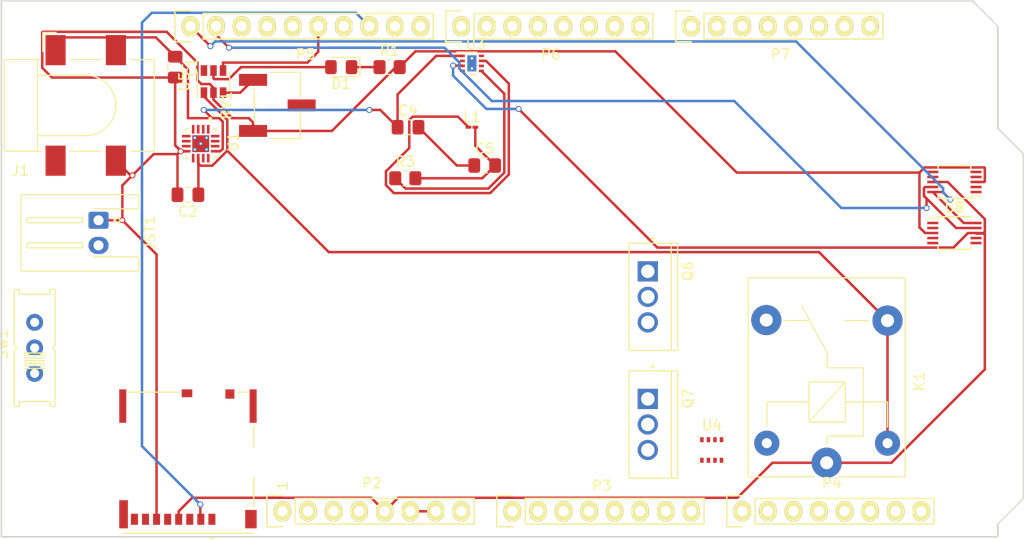
<source format=kicad_pcb>
(kicad_pcb (version 20171130) (host pcbnew "(5.1.10)-1")

  (general
    (thickness 1.6)
    (drawings 17)
    (tracks 204)
    (zones 0)
    (modules 28)
    (nets 114)
  )

  (page A4)
  (title_block
    (date "mar. 31 mars 2015")
  )

  (layers
    (0 F.Cu signal)
    (1 In1.Cu power hide)
    (2 In2.Cu power hide)
    (31 B.Cu signal)
    (32 B.Adhes user hide)
    (33 F.Adhes user hide)
    (34 B.Paste user hide)
    (35 F.Paste user hide)
    (36 B.SilkS user hide)
    (37 F.SilkS user hide)
    (38 B.Mask user hide)
    (39 F.Mask user hide)
    (40 Dwgs.User user hide)
    (41 Cmts.User user hide)
    (42 Eco1.User user hide)
    (43 Eco2.User user hide)
    (44 Edge.Cuts user)
    (45 Margin user hide)
    (46 B.CrtYd user hide)
    (47 F.CrtYd user hide)
    (48 B.Fab user hide)
    (49 F.Fab user hide)
  )

  (setup
    (last_trace_width 0.25)
    (trace_clearance 0.2)
    (zone_clearance 0.508)
    (zone_45_only no)
    (trace_min 0.2)
    (via_size 0.6)
    (via_drill 0.4)
    (via_min_size 0.4)
    (via_min_drill 0.3)
    (uvia_size 0.3)
    (uvia_drill 0.1)
    (uvias_allowed no)
    (uvia_min_size 0.2)
    (uvia_min_drill 0.1)
    (edge_width 0.15)
    (segment_width 0.15)
    (pcb_text_width 0.3)
    (pcb_text_size 1.5 1.5)
    (mod_edge_width 0.15)
    (mod_text_size 1 1)
    (mod_text_width 0.15)
    (pad_size 4.064 4.064)
    (pad_drill 3.048)
    (pad_to_mask_clearance 0)
    (aux_axis_origin 103.378 121.666)
    (visible_elements 7FFFFFFF)
    (pcbplotparams
      (layerselection 0x00030_80000001)
      (usegerberextensions false)
      (usegerberattributes true)
      (usegerberadvancedattributes true)
      (creategerberjobfile true)
      (excludeedgelayer true)
      (linewidth 0.100000)
      (plotframeref false)
      (viasonmask false)
      (mode 1)
      (useauxorigin false)
      (hpglpennumber 1)
      (hpglpenspeed 20)
      (hpglpendiameter 15.000000)
      (psnegative false)
      (psa4output false)
      (plotreference true)
      (plotvalue true)
      (plotinvisibletext false)
      (padsonsilk false)
      (subtractmaskfromsilk false)
      (outputformat 1)
      (mirror false)
      (drillshape 1)
      (scaleselection 1)
      (outputdirectory ""))
  )

  (net 0 "")
  (net 1 GND)
  (net 2 "/52(SCK)")
  (net 3 "/50(MISO)")
  (net 4 "/51(MOSI)")
  (net 5 +5V)
  (net 6 /IOREF)
  (net 7 /Reset)
  (net 8 /Vin)
  (net 9 /A0)
  (net 10 /A1)
  (net 11 /A2)
  (net 12 /A3)
  (net 13 /A4)
  (net 14 /A5)
  (net 15 /A6)
  (net 16 /A7)
  (net 17 /A8)
  (net 18 /A9)
  (net 19 /A10)
  (net 20 /A11)
  (net 21 /A12)
  (net 22 /A13)
  (net 23 /A14)
  (net 24 /A15)
  (net 25 /SCL)
  (net 26 /SDA)
  (net 27 /AREF)
  (net 28 "/13(**)")
  (net 29 "/12(**)")
  (net 30 "/11(**)")
  (net 31 "/10(**)")
  (net 32 "/9(**)")
  (net 33 "/8(**)")
  (net 34 "/7(**)")
  (net 35 "/6(**)")
  (net 36 "/5(**)")
  (net 37 "/4(**)")
  (net 38 "/3(**)")
  (net 39 "/2(**)")
  (net 40 "/20(SDA)")
  (net 41 "/21(SCL)")
  (net 42 "Net-(P2-Pad1)")
  (net 43 +3V3)
  (net 44 "/1(Tx0)")
  (net 45 "/0(Rx0)")
  (net 46 "/14(Tx3)")
  (net 47 "/15(Rx3)")
  (net 48 "/16(Tx2)")
  (net 49 "/17(Rx2)")
  (net 50 "/18(Tx1)")
  (net 51 "/19(Rx1)")
  (net 52 "Net-(C1-Pad1)")
  (net 53 "Net-(C2-Pad1)")
  (net 54 "Net-(C4-Pad2)")
  (net 55 "Net-(C5-Pad2)")
  (net 56 "Net-(D1-Pad2)")
  (net 57 "Net-(D1-Pad1)")
  (net 58 "Net-(JST1-Pad2)")
  (net 59 "Net-(K1-Pad5)")
  (net 60 "Net-(K1-Pad4)")
  (net 61 "Net-(L1-Pad1)")
  (net 62 "Net-(Q6-Pad3)")
  (net 63 "Net-(Q6-Pad2)")
  (net 64 "Net-(Q6-Pad1)")
  (net 65 "Net-(Q7-Pad3)")
  (net 66 "Net-(Q7-Pad2)")
  (net 67 "Net-(Q7-Pad1)")
  (net 68 "Net-(R2-Pad2)")
  (net 69 "Net-(RV1-Pad2)")
  (net 70 "Net-(RV1-Pad1)")
  (net 71 "Net-(U1-Pad16)")
  (net 72 "Net-(U1-Pad15)")
  (net 73 "Net-(U1-Pad14)")
  (net 74 "Net-(U1-Pad12)")
  (net 75 "Net-(U1-Pad9)")
  (net 76 "Net-(U1-Pad7)")
  (net 77 "Net-(U1-Pad6)")
  (net 78 "Net-(U1-Pad5)")
  (net 79 "Net-(U1-Pad4)")
  (net 80 "Net-(U1-Pad1)")
  (net 81 "Net-(U3-Pad9)")
  (net 82 "Net-(U3-Pad6)")
  (net 83 "Net-(U3-Pad4)")
  (net 84 "Net-(U3-Pad8)")
  (net 85 "Net-(U5-Pad6)")
  (net 86 "Net-(J3-Pad9)")
  (net 87 "Net-(J3-Pad8)")
  (net 88 "Net-(J3-Pad1)")
  (net 89 "Net-(U4-Pad5)")
  (net 90 "Net-(U4-Pad6)")
  (net 91 "Net-(U4-Pad7)")
  (net 92 "Net-(U4-Pad8)")
  (net 93 "Net-(U4-Pad1)")
  (net 94 "Net-(U4-Pad2)")
  (net 95 "Net-(U4-Pad3)")
  (net 96 "Net-(U4-Pad4)")
  (net 97 "Net-(U7-Pad7)")
  (net 98 "Net-(U7-Pad6)")
  (net 99 "Net-(U7-Pad5)")
  (net 100 "Net-(U7-Pad4)")
  (net 101 "Net-(U7-Pad2)")
  (net 102 "Net-(U7-Pad1)")
  (net 103 "Net-(U8-Pad7)")
  (net 104 "Net-(U8-Pad6)")
  (net 105 "Net-(U8-Pad5)")
  (net 106 "Net-(U8-Pad4)")
  (net 107 "Net-(U8-Pad2)")
  (net 108 "Net-(U8-Pad1)")
  (net 109 "Net-(U1-Pad17)")
  (net 110 "Net-(U1-Pad11)")
  (net 111 "Net-(U1-Pad3)")
  (net 112 "Net-(SW1-Pad2)")
  (net 113 "Net-(C1-Pad2)")

  (net_class Default "This is the default net class."
    (clearance 0.2)
    (trace_width 0.25)
    (via_dia 0.6)
    (via_drill 0.4)
    (uvia_dia 0.3)
    (uvia_drill 0.1)
    (add_net +3V3)
    (add_net +5V)
    (add_net "/0(Rx0)")
    (add_net "/1(Tx0)")
    (add_net "/10(**)")
    (add_net "/11(**)")
    (add_net "/12(**)")
    (add_net "/13(**)")
    (add_net "/14(Tx3)")
    (add_net "/15(Rx3)")
    (add_net "/16(Tx2)")
    (add_net "/17(Rx2)")
    (add_net "/18(Tx1)")
    (add_net "/19(Rx1)")
    (add_net "/2(**)")
    (add_net "/20(SDA)")
    (add_net "/21(SCL)")
    (add_net "/3(**)")
    (add_net "/4(**)")
    (add_net "/5(**)")
    (add_net "/50(MISO)")
    (add_net "/51(MOSI)")
    (add_net "/52(SCK)")
    (add_net "/6(**)")
    (add_net "/7(**)")
    (add_net "/8(**)")
    (add_net "/9(**)")
    (add_net /A0)
    (add_net /A1)
    (add_net /A10)
    (add_net /A11)
    (add_net /A12)
    (add_net /A13)
    (add_net /A14)
    (add_net /A15)
    (add_net /A2)
    (add_net /A3)
    (add_net /A4)
    (add_net /A5)
    (add_net /A6)
    (add_net /A7)
    (add_net /A8)
    (add_net /A9)
    (add_net /AREF)
    (add_net /IOREF)
    (add_net /Reset)
    (add_net /SCL)
    (add_net /SDA)
    (add_net /Vin)
    (add_net GND)
    (add_net "Net-(C1-Pad1)")
    (add_net "Net-(C1-Pad2)")
    (add_net "Net-(C2-Pad1)")
    (add_net "Net-(C4-Pad2)")
    (add_net "Net-(C5-Pad2)")
    (add_net "Net-(D1-Pad1)")
    (add_net "Net-(D1-Pad2)")
    (add_net "Net-(J3-Pad1)")
    (add_net "Net-(J3-Pad8)")
    (add_net "Net-(J3-Pad9)")
    (add_net "Net-(JST1-Pad2)")
    (add_net "Net-(K1-Pad4)")
    (add_net "Net-(K1-Pad5)")
    (add_net "Net-(L1-Pad1)")
    (add_net "Net-(P2-Pad1)")
    (add_net "Net-(Q6-Pad1)")
    (add_net "Net-(Q6-Pad2)")
    (add_net "Net-(Q6-Pad3)")
    (add_net "Net-(Q7-Pad1)")
    (add_net "Net-(Q7-Pad2)")
    (add_net "Net-(Q7-Pad3)")
    (add_net "Net-(R2-Pad2)")
    (add_net "Net-(RV1-Pad1)")
    (add_net "Net-(RV1-Pad2)")
    (add_net "Net-(SW1-Pad2)")
    (add_net "Net-(U1-Pad1)")
    (add_net "Net-(U1-Pad11)")
    (add_net "Net-(U1-Pad12)")
    (add_net "Net-(U1-Pad14)")
    (add_net "Net-(U1-Pad15)")
    (add_net "Net-(U1-Pad16)")
    (add_net "Net-(U1-Pad17)")
    (add_net "Net-(U1-Pad3)")
    (add_net "Net-(U1-Pad4)")
    (add_net "Net-(U1-Pad5)")
    (add_net "Net-(U1-Pad6)")
    (add_net "Net-(U1-Pad7)")
    (add_net "Net-(U1-Pad9)")
    (add_net "Net-(U3-Pad4)")
    (add_net "Net-(U3-Pad6)")
    (add_net "Net-(U3-Pad8)")
    (add_net "Net-(U3-Pad9)")
    (add_net "Net-(U4-Pad1)")
    (add_net "Net-(U4-Pad2)")
    (add_net "Net-(U4-Pad3)")
    (add_net "Net-(U4-Pad4)")
    (add_net "Net-(U4-Pad5)")
    (add_net "Net-(U4-Pad6)")
    (add_net "Net-(U4-Pad7)")
    (add_net "Net-(U4-Pad8)")
    (add_net "Net-(U5-Pad6)")
    (add_net "Net-(U7-Pad1)")
    (add_net "Net-(U7-Pad2)")
    (add_net "Net-(U7-Pad4)")
    (add_net "Net-(U7-Pad5)")
    (add_net "Net-(U7-Pad6)")
    (add_net "Net-(U7-Pad7)")
    (add_net "Net-(U8-Pad1)")
    (add_net "Net-(U8-Pad2)")
    (add_net "Net-(U8-Pad4)")
    (add_net "Net-(U8-Pad5)")
    (add_net "Net-(U8-Pad6)")
    (add_net "Net-(U8-Pad7)")
  )

  (module Package_SO:TSSOP-10_3x3mm_P0.5mm (layer F.Cu) (tedit 5F3E4A84) (tstamp 61BA997D)
    (at 198.12 86.36 180)
    (descr "TSSOP10: plastic thin shrink small outline package; 10 leads; body width 3 mm; (see NXP SSOP-TSSOP-VSO-REFLOW.pdf and sot552-1_po.pdf)")
    (tags "SSOP 0.5")
    (path /624579FC)
    (attr smd)
    (fp_text reference U8 (at 0 -2.55) (layer F.SilkS)
      (effects (font (size 1 1) (thickness 0.15)))
    )
    (fp_text value ADS1115IDGS (at 0 2.55) (layer F.Fab)
      (effects (font (size 1 1) (thickness 0.15)))
    )
    (fp_line (start -1.625 -1.45) (end -2.7 -1.45) (layer F.SilkS) (width 0.15))
    (fp_line (start -1.625 1.625) (end 1.625 1.625) (layer F.SilkS) (width 0.15))
    (fp_line (start -1.625 -1.625) (end 1.625 -1.625) (layer F.SilkS) (width 0.15))
    (fp_line (start -1.625 1.625) (end -1.625 1.35) (layer F.SilkS) (width 0.15))
    (fp_line (start 1.625 1.625) (end 1.625 1.35) (layer F.SilkS) (width 0.15))
    (fp_line (start 1.625 -1.625) (end 1.625 -1.35) (layer F.SilkS) (width 0.15))
    (fp_line (start -1.625 -1.625) (end -1.625 -1.45) (layer F.SilkS) (width 0.15))
    (fp_line (start -2.95 1.8) (end 2.95 1.8) (layer F.CrtYd) (width 0.05))
    (fp_line (start -2.95 -1.8) (end 2.95 -1.8) (layer F.CrtYd) (width 0.05))
    (fp_line (start 2.95 -1.8) (end 2.95 1.8) (layer F.CrtYd) (width 0.05))
    (fp_line (start -2.95 -1.8) (end -2.95 1.8) (layer F.CrtYd) (width 0.05))
    (fp_line (start -1.5 -0.5) (end -0.5 -1.5) (layer F.Fab) (width 0.1))
    (fp_line (start -1.5 1.5) (end -1.5 -0.5) (layer F.Fab) (width 0.1))
    (fp_line (start 1.5 1.5) (end -1.5 1.5) (layer F.Fab) (width 0.1))
    (fp_line (start 1.5 -1.5) (end 1.5 1.5) (layer F.Fab) (width 0.1))
    (fp_line (start -0.5 -1.5) (end 1.5 -1.5) (layer F.Fab) (width 0.1))
    (fp_text user %R (at 0 0) (layer F.Fab)
      (effects (font (size 0.6 0.6) (thickness 0.1)))
    )
    (pad 10 smd rect (at 2.15 -1 180) (size 1.1 0.25) (layers F.Cu F.Paste F.Mask)
      (net 25 /SCL))
    (pad 9 smd rect (at 2.15 -0.5 180) (size 1.1 0.25) (layers F.Cu F.Paste F.Mask)
      (net 26 /SDA))
    (pad 8 smd rect (at 2.15 0 180) (size 1.1 0.25) (layers F.Cu F.Paste F.Mask)
      (net 5 +5V))
    (pad 7 smd rect (at 2.15 0.5 180) (size 1.1 0.25) (layers F.Cu F.Paste F.Mask)
      (net 103 "Net-(U8-Pad7)"))
    (pad 6 smd rect (at 2.15 1 180) (size 1.1 0.25) (layers F.Cu F.Paste F.Mask)
      (net 104 "Net-(U8-Pad6)"))
    (pad 5 smd rect (at -2.15 1 180) (size 1.1 0.25) (layers F.Cu F.Paste F.Mask)
      (net 105 "Net-(U8-Pad5)"))
    (pad 4 smd rect (at -2.15 0.5 180) (size 1.1 0.25) (layers F.Cu F.Paste F.Mask)
      (net 106 "Net-(U8-Pad4)"))
    (pad 3 smd rect (at -2.15 0 180) (size 1.1 0.25) (layers F.Cu F.Paste F.Mask)
      (net 113 "Net-(C1-Pad2)"))
    (pad 2 smd rect (at -2.15 -0.5 180) (size 1.1 0.25) (layers F.Cu F.Paste F.Mask)
      (net 107 "Net-(U8-Pad2)"))
    (pad 1 smd rect (at -2.15 -1 180) (size 1.1 0.25) (layers F.Cu F.Paste F.Mask)
      (net 108 "Net-(U8-Pad1)"))
    (model ${KISYS3DMOD}/Package_SO.3dshapes/TSSOP-10_3x3mm_P0.5mm.wrl
      (at (xyz 0 0 0))
      (scale (xyz 1 1 1))
      (rotate (xyz 0 0 0))
    )
  )

  (module Potentiometer_SMD:Potentiometer_Bourns_3269W_Vertical (layer F.Cu) (tedit 5A3D7171) (tstamp 61B97EC7)
    (at 130.81 78.74 90)
    (descr "Potentiometer, vertical, Bourns 3269W, https://www.bourns.com/docs/Product-Datasheets/3269.pdf")
    (tags "Potentiometer vertical Bourns 3269W")
    (path /61D653A2)
    (attr smd)
    (fp_text reference RV1 (at 0 -5.06 90) (layer F.SilkS)
      (effects (font (size 1 1) (thickness 0.15)))
    )
    (fp_text value R_POT (at 0 5.06 90) (layer F.Fab)
      (effects (font (size 1 1) (thickness 0.15)))
    )
    (fp_circle (center 2.173 0.635) (end 3.063 0.635) (layer F.Fab) (width 0.1))
    (fp_line (start -3.175 -2.165) (end -3.175 2.155) (layer F.Fab) (width 0.1))
    (fp_line (start -3.175 2.155) (end 3.175 2.155) (layer F.Fab) (width 0.1))
    (fp_line (start 3.175 2.155) (end 3.175 -2.165) (layer F.Fab) (width 0.1))
    (fp_line (start 3.175 -2.165) (end -3.175 -2.165) (layer F.Fab) (width 0.1))
    (fp_line (start 2.173 1.517) (end 2.174 -0.246) (layer F.Fab) (width 0.1))
    (fp_line (start 2.173 1.517) (end 2.174 -0.246) (layer F.Fab) (width 0.1))
    (fp_line (start -1.705 -2.285) (end 1.705 -2.285) (layer F.SilkS) (width 0.12))
    (fp_line (start -3.295 2.275) (end -0.835 2.275) (layer F.SilkS) (width 0.12))
    (fp_line (start 0.835 2.275) (end 3.295 2.275) (layer F.SilkS) (width 0.12))
    (fp_line (start -3.295 -0.779) (end -3.295 2.275) (layer F.SilkS) (width 0.12))
    (fp_line (start 3.295 -0.779) (end 3.295 2.275) (layer F.SilkS) (width 0.12))
    (fp_line (start -3.45 -4.1) (end -3.45 4.1) (layer F.CrtYd) (width 0.05))
    (fp_line (start -3.45 4.1) (end 3.45 4.1) (layer F.CrtYd) (width 0.05))
    (fp_line (start 3.45 4.1) (end 3.45 -4.1) (layer F.CrtYd) (width 0.05))
    (fp_line (start 3.45 -4.1) (end -3.45 -4.1) (layer F.CrtYd) (width 0.05))
    (fp_text user %R (at -0.501 -0.005 90) (layer F.Fab)
      (effects (font (size 0.89 0.89) (thickness 0.15)))
    )
    (pad 3 smd rect (at -2.54 -2.415 90) (size 1.19 2.79) (layers F.Cu F.Paste F.Mask)
      (net 113 "Net-(C1-Pad2)"))
    (pad 2 smd rect (at 0 2.415 90) (size 1.19 2.79) (layers F.Cu F.Paste F.Mask)
      (net 69 "Net-(RV1-Pad2)"))
    (pad 1 smd rect (at 2.54 -2.415 90) (size 1.19 2.79) (layers F.Cu F.Paste F.Mask)
      (net 70 "Net-(RV1-Pad1)"))
    (model ${KISYS3DMOD}/Potentiometer_SMD.3dshapes/Potentiometer_Bourns_3269W_Vertical.wrl
      (at (xyz 0 0 0))
      (scale (xyz 1 1 1))
      (rotate (xyz 0 0 0))
    )
  )

  (module Connector_JST:JST_XH_S2B-XH-A-1_1x02_P2.50mm_Horizontal (layer F.Cu) (tedit 5C281476) (tstamp 61B97BF8)
    (at 113.03 90.17 270)
    (descr "JST XH series connector, S2B-XH-A-1 (http://www.jst-mfg.com/product/pdf/eng/eXH.pdf), generated with kicad-footprint-generator")
    (tags "connector JST XH horizontal")
    (path /61B29C5B)
    (fp_text reference JST1 (at 1.25 -5.1 90) (layer F.SilkS)
      (effects (font (size 1 1) (thickness 0.15)))
    )
    (fp_text value Conn_01x02 (at 1.25 8.8 90) (layer F.Fab)
      (effects (font (size 1 1) (thickness 0.15)))
    )
    (fp_line (start -2.95 -4.4) (end -2.95 8.1) (layer F.CrtYd) (width 0.05))
    (fp_line (start -2.95 8.1) (end 5.45 8.1) (layer F.CrtYd) (width 0.05))
    (fp_line (start 5.45 8.1) (end 5.45 -4.4) (layer F.CrtYd) (width 0.05))
    (fp_line (start 5.45 -4.4) (end -2.95 -4.4) (layer F.CrtYd) (width 0.05))
    (fp_line (start 1.25 7.71) (end -2.56 7.71) (layer F.SilkS) (width 0.12))
    (fp_line (start -2.56 7.71) (end -2.56 -4.01) (layer F.SilkS) (width 0.12))
    (fp_line (start -2.56 -4.01) (end -1.14 -4.01) (layer F.SilkS) (width 0.12))
    (fp_line (start -1.14 -4.01) (end -1.14 0.49) (layer F.SilkS) (width 0.12))
    (fp_line (start 1.25 7.71) (end 5.06 7.71) (layer F.SilkS) (width 0.12))
    (fp_line (start 5.06 7.71) (end 5.06 -4.01) (layer F.SilkS) (width 0.12))
    (fp_line (start 5.06 -4.01) (end 3.64 -4.01) (layer F.SilkS) (width 0.12))
    (fp_line (start 3.64 -4.01) (end 3.64 0.49) (layer F.SilkS) (width 0.12))
    (fp_line (start 1.25 7.6) (end -2.45 7.6) (layer F.Fab) (width 0.1))
    (fp_line (start -2.45 7.6) (end -2.45 -3.9) (layer F.Fab) (width 0.1))
    (fp_line (start -2.45 -3.9) (end -1.25 -3.9) (layer F.Fab) (width 0.1))
    (fp_line (start -1.25 -3.9) (end -1.25 0.6) (layer F.Fab) (width 0.1))
    (fp_line (start -1.25 0.6) (end 1.25 0.6) (layer F.Fab) (width 0.1))
    (fp_line (start 1.25 7.6) (end 4.95 7.6) (layer F.Fab) (width 0.1))
    (fp_line (start 4.95 7.6) (end 4.95 -3.9) (layer F.Fab) (width 0.1))
    (fp_line (start 4.95 -3.9) (end 3.75 -3.9) (layer F.Fab) (width 0.1))
    (fp_line (start 3.75 -3.9) (end 3.75 0.6) (layer F.Fab) (width 0.1))
    (fp_line (start 3.75 0.6) (end 1.25 0.6) (layer F.Fab) (width 0.1))
    (fp_line (start -0.25 1.6) (end -0.25 7.1) (layer F.SilkS) (width 0.12))
    (fp_line (start -0.25 7.1) (end 0.25 7.1) (layer F.SilkS) (width 0.12))
    (fp_line (start 0.25 7.1) (end 0.25 1.6) (layer F.SilkS) (width 0.12))
    (fp_line (start 0.25 1.6) (end -0.25 1.6) (layer F.SilkS) (width 0.12))
    (fp_line (start 2.25 1.6) (end 2.25 7.1) (layer F.SilkS) (width 0.12))
    (fp_line (start 2.25 7.1) (end 2.75 7.1) (layer F.SilkS) (width 0.12))
    (fp_line (start 2.75 7.1) (end 2.75 1.6) (layer F.SilkS) (width 0.12))
    (fp_line (start 2.75 1.6) (end 2.25 1.6) (layer F.SilkS) (width 0.12))
    (fp_line (start 0 -1.5) (end -0.3 -2.1) (layer F.SilkS) (width 0.12))
    (fp_line (start -0.3 -2.1) (end 0.3 -2.1) (layer F.SilkS) (width 0.12))
    (fp_line (start 0.3 -2.1) (end 0 -1.5) (layer F.SilkS) (width 0.12))
    (fp_line (start -0.625 0.6) (end 0 -0.4) (layer F.Fab) (width 0.1))
    (fp_line (start 0 -0.4) (end 0.625 0.6) (layer F.Fab) (width 0.1))
    (fp_text user %R (at 1.25 1.85 90) (layer F.Fab)
      (effects (font (size 1 1) (thickness 0.15)))
    )
    (pad 2 thru_hole oval (at 2.5 0 270) (size 1.7 2) (drill 1) (layers *.Cu *.Mask)
      (net 58 "Net-(JST1-Pad2)"))
    (pad 1 thru_hole roundrect (at 0 0 270) (size 1.7 2) (drill 1) (layers *.Cu *.Mask) (roundrect_rratio 0.147059)
      (net 113 "Net-(C1-Pad2)"))
    (model ${KISYS3DMOD}/Connector_JST.3dshapes/JST_XH_S2B-XH-A-1_1x02_P2.50mm_Horizontal.wrl
      (at (xyz 0 0 0))
      (scale (xyz 1 1 1))
      (rotate (xyz 0 0 0))
    )
  )

  (module BQ24075:QFN50P300X300X100-17N (layer F.Cu) (tedit 61C2097F) (tstamp 61C29AA4)
    (at 123.19 82.55 270)
    (path /61C30711)
    (fp_text reference U1 (at -0.165 -3.24 90) (layer F.SilkS)
      (effects (font (size 1 1) (thickness 0.15)))
    )
    (fp_text value BQ24075 (at 9.995 3.24 90) (layer F.Fab)
      (effects (font (size 1 1) (thickness 0.15)))
    )
    (fp_line (start 2.115 2.115) (end 2.115 -2.115) (layer F.CrtYd) (width 0.05))
    (fp_line (start -2.115 2.115) (end -2.115 -2.115) (layer F.CrtYd) (width 0.05))
    (fp_line (start -2.115 -2.115) (end 2.115 -2.115) (layer F.CrtYd) (width 0.05))
    (fp_line (start -2.115 2.115) (end 2.115 2.115) (layer F.CrtYd) (width 0.05))
    (fp_line (start -1.5 -1.5) (end -1.5 -1.2) (layer F.SilkS) (width 0.127))
    (fp_line (start -1.5 1.5) (end -1.5 1.2) (layer F.SilkS) (width 0.127))
    (fp_line (start 1.5 -1.5) (end 1.5 -1.2) (layer F.SilkS) (width 0.127))
    (fp_line (start 1.5 1.5) (end 1.5 1.2) (layer F.SilkS) (width 0.127))
    (fp_line (start -1.5 -1.5) (end -1.2 -1.5) (layer F.SilkS) (width 0.127))
    (fp_line (start -1.5 1.5) (end -1.2 1.5) (layer F.SilkS) (width 0.127))
    (fp_line (start 1.5 -1.5) (end 1.2 -1.5) (layer F.SilkS) (width 0.127))
    (fp_line (start 1.5 1.5) (end 1.2 1.5) (layer F.SilkS) (width 0.127))
    (fp_line (start -1.5 1.5) (end -1.5 -1.5) (layer F.Fab) (width 0.127))
    (fp_line (start 1.5 1.5) (end 1.5 -1.5) (layer F.Fab) (width 0.127))
    (fp_line (start 1.5 -1.5) (end -1.5 -1.5) (layer F.Fab) (width 0.127))
    (fp_line (start 1.5 1.5) (end -1.5 1.5) (layer F.Fab) (width 0.127))
    (fp_circle (center -2.475 -0.95) (end -2.375 -0.95) (layer F.Fab) (width 0.2))
    (fp_circle (center -2.475 -0.95) (end -2.375 -0.95) (layer F.SilkS) (width 0.2))
    (fp_poly (pts (xy -0.53 -0.53) (xy 0.53 -0.53) (xy 0.53 0.53) (xy -0.53 0.53)) (layer F.Paste) (width 0.01))
    (pad 21 thru_hole circle (at -0.58 0.58 270) (size 0.4 0.4) (drill 0.2) (layers *.Cu))
    (pad 22 thru_hole circle (at 0.58 0.58 270) (size 0.4 0.4) (drill 0.2) (layers *.Cu))
    (pad 20 thru_hole circle (at 0.58 -0.58 270) (size 0.4 0.4) (drill 0.2) (layers *.Cu))
    (pad 19 thru_hole circle (at -0.58 -0.58 270) (size 0.4 0.4) (drill 0.2) (layers *.Cu))
    (pad 18 thru_hole circle (at 0 0 270) (size 0.4 0.4) (drill 0.2) (layers *.Cu))
    (pad 17 smd rect (at 0 0 270) (size 1.68 1.68) (layers F.Cu F.Mask)
      (net 109 "Net-(U1-Pad17)"))
    (pad 12 smd roundrect (at 1.435 -0.75 270) (size 0.86 0.26) (layers F.Cu F.Paste F.Mask) (roundrect_rratio 0.03)
      (net 74 "Net-(U1-Pad12)"))
    (pad 11 smd roundrect (at 1.435 -0.25 270) (size 0.86 0.26) (layers F.Cu F.Paste F.Mask) (roundrect_rratio 0.03)
      (net 110 "Net-(U1-Pad11)"))
    (pad 10 smd roundrect (at 1.435 0.25 270) (size 0.86 0.26) (layers F.Cu F.Paste F.Mask) (roundrect_rratio 0.03)
      (net 53 "Net-(C2-Pad1)"))
    (pad 9 smd roundrect (at 1.435 0.75 270) (size 0.86 0.26) (layers F.Cu F.Paste F.Mask) (roundrect_rratio 0.03)
      (net 75 "Net-(U1-Pad9)"))
    (pad 4 smd roundrect (at -1.435 0.75 270) (size 0.86 0.26) (layers F.Cu F.Paste F.Mask) (roundrect_rratio 0.03)
      (net 79 "Net-(U1-Pad4)"))
    (pad 3 smd roundrect (at -1.435 0.25 270) (size 0.86 0.26) (layers F.Cu F.Paste F.Mask) (roundrect_rratio 0.03)
      (net 111 "Net-(U1-Pad3)"))
    (pad 2 smd roundrect (at -1.435 -0.25 270) (size 0.86 0.26) (layers F.Cu F.Paste F.Mask) (roundrect_rratio 0.03)
      (net 112 "Net-(SW1-Pad2)"))
    (pad 1 smd roundrect (at -1.435 -0.75 270) (size 0.86 0.26) (layers F.Cu F.Paste F.Mask) (roundrect_rratio 0.03)
      (net 80 "Net-(U1-Pad1)"))
    (pad 16 smd roundrect (at -0.75 -1.435 270) (size 0.26 0.86) (layers F.Cu F.Paste F.Mask) (roundrect_rratio 0.03)
      (net 71 "Net-(U1-Pad16)"))
    (pad 15 smd roundrect (at -0.25 -1.435 270) (size 0.26 0.86) (layers F.Cu F.Paste F.Mask) (roundrect_rratio 0.03)
      (net 72 "Net-(U1-Pad15)"))
    (pad 14 smd roundrect (at 0.25 -1.435 270) (size 0.26 0.86) (layers F.Cu F.Paste F.Mask) (roundrect_rratio 0.03)
      (net 73 "Net-(U1-Pad14)"))
    (pad 13 smd roundrect (at 0.75 -1.435 270) (size 0.26 0.86) (layers F.Cu F.Paste F.Mask) (roundrect_rratio 0.03)
      (net 52 "Net-(C1-Pad1)"))
    (pad 8 smd roundrect (at 0.75 1.435 270) (size 0.26 0.86) (layers F.Cu F.Paste F.Mask) (roundrect_rratio 0.03)
      (net 113 "Net-(C1-Pad2)"))
    (pad 7 smd roundrect (at 0.25 1.435 270) (size 0.26 0.86) (layers F.Cu F.Paste F.Mask) (roundrect_rratio 0.03)
      (net 76 "Net-(U1-Pad7)"))
    (pad 6 smd roundrect (at -0.25 1.435 270) (size 0.26 0.86) (layers F.Cu F.Paste F.Mask) (roundrect_rratio 0.03)
      (net 77 "Net-(U1-Pad6)"))
    (pad 5 smd roundrect (at -0.75 1.435 270) (size 0.26 0.86) (layers F.Cu F.Paste F.Mask) (roundrect_rratio 0.03)
      (net 78 "Net-(U1-Pad5)"))
  )

  (module Package_SO:TSSOP-10_3x3mm_P0.5mm (layer F.Cu) (tedit 5F3E4A84) (tstamp 61BA995E)
    (at 198.12 91.44)
    (descr "TSSOP10: plastic thin shrink small outline package; 10 leads; body width 3 mm; (see NXP SSOP-TSSOP-VSO-REFLOW.pdf and sot552-1_po.pdf)")
    (tags "SSOP 0.5")
    (path /62456044)
    (attr smd)
    (fp_text reference U7 (at 0 -2.55) (layer F.SilkS)
      (effects (font (size 1 1) (thickness 0.15)))
    )
    (fp_text value ADS1115IDGS (at 0 2.55) (layer F.Fab)
      (effects (font (size 1 1) (thickness 0.15)))
    )
    (fp_line (start -1.625 -1.45) (end -2.7 -1.45) (layer F.SilkS) (width 0.15))
    (fp_line (start -1.625 1.625) (end 1.625 1.625) (layer F.SilkS) (width 0.15))
    (fp_line (start -1.625 -1.625) (end 1.625 -1.625) (layer F.SilkS) (width 0.15))
    (fp_line (start -1.625 1.625) (end -1.625 1.35) (layer F.SilkS) (width 0.15))
    (fp_line (start 1.625 1.625) (end 1.625 1.35) (layer F.SilkS) (width 0.15))
    (fp_line (start 1.625 -1.625) (end 1.625 -1.35) (layer F.SilkS) (width 0.15))
    (fp_line (start -1.625 -1.625) (end -1.625 -1.45) (layer F.SilkS) (width 0.15))
    (fp_line (start -2.95 1.8) (end 2.95 1.8) (layer F.CrtYd) (width 0.05))
    (fp_line (start -2.95 -1.8) (end 2.95 -1.8) (layer F.CrtYd) (width 0.05))
    (fp_line (start 2.95 -1.8) (end 2.95 1.8) (layer F.CrtYd) (width 0.05))
    (fp_line (start -2.95 -1.8) (end -2.95 1.8) (layer F.CrtYd) (width 0.05))
    (fp_line (start -1.5 -0.5) (end -0.5 -1.5) (layer F.Fab) (width 0.1))
    (fp_line (start -1.5 1.5) (end -1.5 -0.5) (layer F.Fab) (width 0.1))
    (fp_line (start 1.5 1.5) (end -1.5 1.5) (layer F.Fab) (width 0.1))
    (fp_line (start 1.5 -1.5) (end 1.5 1.5) (layer F.Fab) (width 0.1))
    (fp_line (start -0.5 -1.5) (end 1.5 -1.5) (layer F.Fab) (width 0.1))
    (fp_text user %R (at 0 0) (layer F.Fab)
      (effects (font (size 0.6 0.6) (thickness 0.1)))
    )
    (pad 10 smd rect (at 2.15 -1) (size 1.1 0.25) (layers F.Cu F.Paste F.Mask)
      (net 25 /SCL))
    (pad 9 smd rect (at 2.15 -0.5) (size 1.1 0.25) (layers F.Cu F.Paste F.Mask)
      (net 26 /SDA))
    (pad 8 smd rect (at 2.15 0) (size 1.1 0.25) (layers F.Cu F.Paste F.Mask)
      (net 5 +5V))
    (pad 7 smd rect (at 2.15 0.5) (size 1.1 0.25) (layers F.Cu F.Paste F.Mask)
      (net 97 "Net-(U7-Pad7)"))
    (pad 6 smd rect (at 2.15 1) (size 1.1 0.25) (layers F.Cu F.Paste F.Mask)
      (net 98 "Net-(U7-Pad6)"))
    (pad 5 smd rect (at -2.15 1) (size 1.1 0.25) (layers F.Cu F.Paste F.Mask)
      (net 99 "Net-(U7-Pad5)"))
    (pad 4 smd rect (at -2.15 0.5) (size 1.1 0.25) (layers F.Cu F.Paste F.Mask)
      (net 100 "Net-(U7-Pad4)"))
    (pad 3 smd rect (at -2.15 0) (size 1.1 0.25) (layers F.Cu F.Paste F.Mask)
      (net 113 "Net-(C1-Pad2)"))
    (pad 2 smd rect (at -2.15 -0.5) (size 1.1 0.25) (layers F.Cu F.Paste F.Mask)
      (net 101 "Net-(U7-Pad2)"))
    (pad 1 smd rect (at -2.15 -1) (size 1.1 0.25) (layers F.Cu F.Paste F.Mask)
      (net 102 "Net-(U7-Pad1)"))
    (model ${KISYS3DMOD}/Package_SO.3dshapes/TSSOP-10_3x3mm_P0.5mm.wrl
      (at (xyz 0 0 0))
      (scale (xyz 1 1 1))
      (rotate (xyz 0 0 0))
    )
  )

  (module Package_LGA:Bosch_LGA-8_2.5x2.5mm_P0.65mm_ClockwisePinNumbering (layer F.Cu) (tedit 5A0FA816) (tstamp 61BA9915)
    (at 173.99 113.03)
    (descr LGA-8)
    (tags "lga land grid array")
    (path /6245AB7E)
    (attr smd)
    (fp_text reference U4 (at 0.015 -2.465) (layer F.SilkS)
      (effects (font (size 1 1) (thickness 0.15)))
    )
    (fp_text value BME280 (at 0.015 2.535) (layer F.Fab)
      (effects (font (size 1 1) (thickness 0.15)))
    )
    (fp_line (start -1.35 1.36) (end -1.2 1.36) (layer F.SilkS) (width 0.1))
    (fp_line (start -1.25 -0.5) (end -0.5 -1.25) (layer F.Fab) (width 0.1))
    (fp_line (start -1.35 1.35) (end -1.35 1.2) (layer F.SilkS) (width 0.1))
    (fp_line (start 1.35 1.35) (end 1.35 1.2) (layer F.SilkS) (width 0.1))
    (fp_line (start 1.35 1.35) (end 1.2 1.35) (layer F.SilkS) (width 0.1))
    (fp_line (start 1.2 -1.35) (end 1.35 -1.35) (layer F.SilkS) (width 0.1))
    (fp_line (start 1.35 -1.35) (end 1.35 -1.2) (layer F.SilkS) (width 0.1))
    (fp_line (start -1.35 -1.2) (end -1.35 -1.45) (layer F.SilkS) (width 0.1))
    (fp_line (start -1.25 1.25) (end -1.25 -0.5) (layer F.Fab) (width 0.1))
    (fp_line (start -0.5 -1.25) (end 1.25 -1.25) (layer F.Fab) (width 0.1))
    (fp_line (start 1.25 -1.25) (end 1.25 1.25) (layer F.Fab) (width 0.1))
    (fp_line (start 1.25 1.25) (end -1.25 1.25) (layer F.Fab) (width 0.1))
    (fp_line (start -1.41 1.54) (end -1.41 -1.54) (layer F.CrtYd) (width 0.05))
    (fp_line (start -1.41 -1.54) (end 1.41 -1.54) (layer F.CrtYd) (width 0.05))
    (fp_line (start 1.41 -1.54) (end 1.41 1.54) (layer F.CrtYd) (width 0.05))
    (fp_line (start 1.41 1.54) (end -1.41 1.54) (layer F.CrtYd) (width 0.05))
    (fp_text user %R (at 0 0 180) (layer F.Fab)
      (effects (font (size 0.5 0.5) (thickness 0.075)))
    )
    (pad 5 smd rect (at 0.975 1.025 90) (size 0.5 0.35) (layers F.Cu F.Paste F.Mask)
      (net 89 "Net-(U4-Pad5)"))
    (pad 6 smd rect (at 0.325 1.025 90) (size 0.5 0.35) (layers F.Cu F.Paste F.Mask)
      (net 90 "Net-(U4-Pad6)"))
    (pad 7 smd rect (at -0.325 1.025 90) (size 0.5 0.35) (layers F.Cu F.Paste F.Mask)
      (net 91 "Net-(U4-Pad7)"))
    (pad 8 smd rect (at -0.975 1.025 90) (size 0.5 0.35) (layers F.Cu F.Paste F.Mask)
      (net 92 "Net-(U4-Pad8)"))
    (pad 1 smd rect (at -0.975 -1.025 90) (size 0.5 0.35) (layers F.Cu F.Paste F.Mask)
      (net 93 "Net-(U4-Pad1)"))
    (pad 2 smd rect (at -0.325 -1.025 90) (size 0.5 0.35) (layers F.Cu F.Paste F.Mask)
      (net 94 "Net-(U4-Pad2)"))
    (pad 3 smd rect (at 0.325 -1.025 90) (size 0.5 0.35) (layers F.Cu F.Paste F.Mask)
      (net 95 "Net-(U4-Pad3)"))
    (pad 4 smd rect (at 0.975 -1.025 90) (size 0.5 0.35) (layers F.Cu F.Paste F.Mask)
      (net 96 "Net-(U4-Pad4)"))
    (model ${KISYS3DMOD}/Package_LGA.3dshapes/Bosch_LGA-8_2.5x2.5mm_P0.65mm_ClockwisePinNumbering.wrl
      (offset (xyz 0.01500000025472259 -0.03500000059435272 0))
      (scale (xyz 1 1 1))
      (rotate (xyz 0 0 0))
    )
  )

  (module 503398-1892:MOLEX_503398-1892 (layer F.Cu) (tedit 61B8D613) (tstamp 61BA4323)
    (at 121.92 114.3 180)
    (path /61EA3E0A)
    (fp_text reference J3 (at -3.907665 -8.415745) (layer F.SilkS)
      (effects (font (size 1.000685 1.000685) (thickness 0.15)))
    )
    (fp_text value Micro_SD_Card (at 3.719055 8.349145) (layer F.Fab)
      (effects (font (size 1.001094 1.001094) (thickness 0.15)))
    )
    (fp_poly (pts (xy -5.24526 4.575) (xy -4.685 4.575) (xy -4.685 6.73818) (xy -5.24526 6.73818)) (layer Dwgs.User) (width 0.01))
    (fp_poly (pts (xy -6.83634 -1.125) (xy -6.13 -1.125) (xy -6.13 1.27618) (xy -6.83634 1.27618)) (layer Dwgs.User) (width 0.01))
    (fp_poly (pts (xy -3.22251 6.375) (xy -2.67 6.375) (xy -2.67 6.9304) (xy -3.22251 6.9304)) (layer Dwgs.User) (width 0.01))
    (fp_line (start -6.55 -7.025) (end 6.55 -7.025) (layer F.Fab) (width 0.127))
    (fp_line (start 6.55 -7.025) (end 6.55 7.025) (layer F.Fab) (width 0.127))
    (fp_line (start 6.55 7.025) (end -6.55 7.025) (layer F.Fab) (width 0.127))
    (fp_line (start -6.55 7.025) (end -6.55 -7.025) (layer F.Fab) (width 0.127))
    (fp_line (start -6.55 -7.025) (end 6.55 -7.025) (layer F.SilkS) (width 0.127))
    (fp_line (start 0.874 7.025) (end 5.876 7.025) (layer F.SilkS) (width 0.127))
    (fp_line (start -5.876 7.025) (end -4.874 7.025) (layer F.SilkS) (width 0.127))
    (fp_circle (center -2.38 -5.775) (end -2.28 -5.775) (layer F.Fab) (width 0.2))
    (fp_circle (center -2.38 -7.475) (end -2.28 -7.475) (layer F.SilkS) (width 0.2))
    (fp_line (start -7 -7.25) (end 7 -7.25) (layer F.CrtYd) (width 0.05))
    (fp_line (start 7 -7.25) (end 7 7.5) (layer F.CrtYd) (width 0.05))
    (fp_line (start 7 7.5) (end -7 7.5) (layer F.CrtYd) (width 0.05))
    (fp_line (start -7 7.5) (end -7 -7.25) (layer F.CrtYd) (width 0.05))
    (fp_poly (pts (xy -3.17 -3.725) (xy -3.17 1.275) (xy -3.82 1.275) (xy -3.82 3.875)
      (xy 0.57 3.875) (xy 0.57 5.125) (xy -1.73 5.125) (xy -1.73 7.305)
      (xy -0.43 7.305) (xy -0.43 6.525) (xy 6.13 6.525) (xy 6.13 3.975)
      (xy 6.83 3.975) (xy 6.83 -3.725)) (layer Dwgs.User) (width 0.0001))
    (fp_poly (pts (xy -6.84156 -1.125) (xy -6.13 -1.125) (xy -6.13 1.27716) (xy -6.84156 1.27716)) (layer Dwgs.User) (width 0.01))
    (fp_poly (pts (xy -5.23866 4.575) (xy -4.685 4.575) (xy -4.685 6.72971) (xy -5.23866 6.72971)) (layer Dwgs.User) (width 0.01))
    (fp_poly (pts (xy -3.22541 6.375) (xy -2.67 6.375) (xy -2.67 6.93664) (xy -3.22541 6.93664)) (layer Dwgs.User) (width 0.01))
    (fp_poly (pts (xy -3.17 -3.725) (xy -3.17 1.275) (xy -3.82 1.275) (xy -3.82 3.875)
      (xy 0.57 3.875) (xy 0.57 5.125) (xy -1.73 5.125) (xy -1.73 7.305)
      (xy -0.43 7.305) (xy -0.43 6.525) (xy 6.13 6.525) (xy 6.13 3.975)
      (xy 6.83 3.975) (xy 6.83 -3.725)) (layer Dwgs.User) (width 0.0001))
    (fp_line (start -6.55 -4.325) (end -6.55 -1.425) (layer F.SilkS) (width 0.127))
    (fp_line (start -6.55 1.575) (end -6.55 3.675) (layer F.SilkS) (width 0.127))
    (pad 10 smd rect (at 0.095 6.915 180) (size 1.05 0.78) (layers F.Cu F.Paste F.Mask))
    (pad 9 smd rect (at -4.17 6.84 180) (size 0.9 0.93) (layers F.Cu F.Paste F.Mask)
      (net 86 "Net-(J3-Pad9)"))
    (pad P4 smd rect (at 6.48 5.64 180) (size 0.7 3.33) (layers F.Cu F.Paste F.Mask))
    (pad P3 smd rect (at -6.48 5.64 180) (size 0.7 3.33) (layers F.Cu F.Paste F.Mask))
    (pad P2 smd rect (at 6.4 -5.125 180) (size 0.86 2.8) (layers F.Cu F.Paste F.Mask))
    (pad P1 smd rect (at -6.26 -5.61 180) (size 1.14 1.83) (layers F.Cu F.Paste F.Mask))
    (pad 8 smd rect (at 5.32 -5.625 180) (size 0.7 1.1) (layers F.Cu F.Paste F.Mask)
      (net 87 "Net-(J3-Pad8)"))
    (pad 7 smd rect (at 4.22 -5.625 180) (size 0.7 1.1) (layers F.Cu F.Paste F.Mask)
      (net 3 "/50(MISO)"))
    (pad 6 smd rect (at 3.12 -5.625 180) (size 0.7 1.1) (layers F.Cu F.Paste F.Mask)
      (net 113 "Net-(C1-Pad2)"))
    (pad 5 smd rect (at 2.02 -5.625 180) (size 0.7 1.1) (layers F.Cu F.Paste F.Mask)
      (net 2 "/52(SCK)"))
    (pad 4 smd rect (at 0.92 -5.625 180) (size 0.7 1.1) (layers F.Cu F.Paste F.Mask)
      (net 5 +5V))
    (pad 3 smd rect (at -0.18 -5.625 180) (size 0.7 1.1) (layers F.Cu F.Paste F.Mask)
      (net 4 "/51(MOSI)"))
    (pad 2 smd rect (at -1.28 -5.625 180) (size 0.7 1.1) (layers F.Cu F.Paste F.Mask)
      (net 31 "/10(**)"))
    (pad 1 smd rect (at -2.38 -5.625 180) (size 0.7 1.1) (layers F.Cu F.Paste F.Mask)
      (net 88 "Net-(J3-Pad1)"))
  )

  (module Package_TO_SOT_SMD:SOT-23-6 (layer F.Cu) (tedit 5A02FF57) (tstamp 61B97F49)
    (at 124.46 76.37 90)
    (descr "6-pin SOT-23 package")
    (tags SOT-23-6)
    (path /61B1ABD6)
    (attr smd)
    (fp_text reference U5 (at 0 -2.9 90) (layer F.SilkS)
      (effects (font (size 1 1) (thickness 0.15)))
    )
    (fp_text value TPL5110 (at 0 2.9 90) (layer F.Fab)
      (effects (font (size 1 1) (thickness 0.15)))
    )
    (fp_line (start -0.9 1.61) (end 0.9 1.61) (layer F.SilkS) (width 0.12))
    (fp_line (start 0.9 -1.61) (end -1.55 -1.61) (layer F.SilkS) (width 0.12))
    (fp_line (start 1.9 -1.8) (end -1.9 -1.8) (layer F.CrtYd) (width 0.05))
    (fp_line (start 1.9 1.8) (end 1.9 -1.8) (layer F.CrtYd) (width 0.05))
    (fp_line (start -1.9 1.8) (end 1.9 1.8) (layer F.CrtYd) (width 0.05))
    (fp_line (start -1.9 -1.8) (end -1.9 1.8) (layer F.CrtYd) (width 0.05))
    (fp_line (start -0.9 -0.9) (end -0.25 -1.55) (layer F.Fab) (width 0.1))
    (fp_line (start 0.9 -1.55) (end -0.25 -1.55) (layer F.Fab) (width 0.1))
    (fp_line (start -0.9 -0.9) (end -0.9 1.55) (layer F.Fab) (width 0.1))
    (fp_line (start 0.9 1.55) (end -0.9 1.55) (layer F.Fab) (width 0.1))
    (fp_line (start 0.9 -1.55) (end 0.9 1.55) (layer F.Fab) (width 0.1))
    (fp_text user %R (at 0 0) (layer F.Fab)
      (effects (font (size 0.5 0.5) (thickness 0.075)))
    )
    (pad 5 smd rect (at 1.1 0 90) (size 1.06 0.65) (layers F.Cu F.Paste F.Mask)
      (net 56 "Net-(D1-Pad2)"))
    (pad 6 smd rect (at 1.1 -0.95 90) (size 1.06 0.65) (layers F.Cu F.Paste F.Mask)
      (net 85 "Net-(U5-Pad6)"))
    (pad 4 smd rect (at 1.1 0.95 90) (size 1.06 0.65) (layers F.Cu F.Paste F.Mask)
      (net 29 "/12(**)"))
    (pad 3 smd rect (at -1.1 0.95 90) (size 1.06 0.65) (layers F.Cu F.Paste F.Mask)
      (net 70 "Net-(RV1-Pad1)"))
    (pad 2 smd rect (at -1.1 0 90) (size 1.06 0.65) (layers F.Cu F.Paste F.Mask)
      (net 113 "Net-(C1-Pad2)"))
    (pad 1 smd rect (at -1.1 -0.95 90) (size 1.06 0.65) (layers F.Cu F.Paste F.Mask)
      (net 53 "Net-(C2-Pad1)"))
    (model ${KISYS3DMOD}/Package_TO_SOT_SMD.3dshapes/SOT-23-6.wrl
      (at (xyz 0 0 0))
      (scale (xyz 1 1 1))
      (rotate (xyz 0 0 0))
    )
  )

  (module Package_SON:WSON-8-1EP_2x2mm_P0.5mm_EP0.9x1.6mm_ThermalVias (layer F.Cu) (tedit 5A65F72D) (tstamp 61B97F33)
    (at 150.15 74.56)
    (descr "8-Lead Plastic WSON, 2x2mm Body, 0.5mm Pitch, WSON-8, http://www.ti.com/lit/ds/symlink/lm27761.pdf")
    (tags "WSON 8 1EP ThermalVias")
    (path /62008A93)
    (attr smd)
    (fp_text reference U3 (at 0.38 -1.9) (layer F.SilkS)
      (effects (font (size 1 1) (thickness 0.15)))
    )
    (fp_text value TPS62125DSG (at 0.01 2.14) (layer F.Fab)
      (effects (font (size 1 1) (thickness 0.15)))
    )
    (fp_line (start -0.5 -1) (end -1 -0.5) (layer F.Fab) (width 0.1))
    (fp_line (start -1 1) (end -1 -0.5) (layer F.Fab) (width 0.1))
    (fp_line (start 1 1) (end -1 1) (layer F.Fab) (width 0.1))
    (fp_line (start 1 -1) (end 1 1) (layer F.Fab) (width 0.1))
    (fp_line (start -0.5 -1) (end 1 -1) (layer F.Fab) (width 0.1))
    (fp_line (start -1.6 -1.25) (end -1.6 1.25) (layer F.CrtYd) (width 0.05))
    (fp_line (start 1.6 -1.25) (end 1.6 1.25) (layer F.CrtYd) (width 0.05))
    (fp_line (start -1.6 -1.25) (end 1.6 -1.25) (layer F.CrtYd) (width 0.05))
    (fp_line (start -1.6 1.25) (end 1.6 1.25) (layer F.CrtYd) (width 0.05))
    (fp_line (start 0.5 1.12) (end -0.5 1.12) (layer F.SilkS) (width 0.12))
    (fp_line (start -1.5 -1.12) (end 0.5 -1.12) (layer F.SilkS) (width 0.12))
    (fp_text user %R (at 0 0) (layer F.Fab)
      (effects (font (size 0.7 0.7) (thickness 0.1)))
    )
    (pad "" smd rect (at 0 -0.4) (size 0.75 0.65) (layers F.Paste))
    (pad "" smd rect (at 0 0.4) (size 0.75 0.65) (layers F.Paste))
    (pad 9 smd rect (at 0 0) (size 0.9 1.6) (layers B.Cu)
      (net 81 "Net-(U3-Pad9)"))
    (pad 6 smd rect (at 0.95 0.25) (size 0.5 0.25) (layers F.Cu F.Paste F.Mask)
      (net 82 "Net-(U3-Pad6)"))
    (pad 5 smd rect (at 0.95 0.75) (size 0.5 0.25) (layers F.Cu F.Paste F.Mask)
      (net 68 "Net-(R2-Pad2)"))
    (pad 4 smd rect (at -0.95 0.75) (size 0.5 0.25) (layers F.Cu F.Paste F.Mask)
      (net 83 "Net-(U3-Pad4)"))
    (pad 2 smd rect (at -0.95 -0.25) (size 0.5 0.25) (layers F.Cu F.Paste F.Mask)
      (net 5 +5V))
    (pad 1 smd rect (at -0.95 -0.75) (size 0.5 0.25) (layers F.Cu F.Paste F.Mask)
      (net 52 "Net-(C1-Pad1)"))
    (pad 9 smd rect (at 0 0) (size 0.9 1.6) (layers F.Cu F.Mask)
      (net 81 "Net-(U3-Pad9)"))
    (pad 9 thru_hole circle (at 0 0.5) (size 0.6 0.6) (drill 0.25) (layers *.Cu)
      (net 81 "Net-(U3-Pad9)"))
    (pad 9 thru_hole circle (at 0 -0.5) (size 0.6 0.6) (drill 0.25) (layers *.Cu)
      (net 81 "Net-(U3-Pad9)"))
    (pad 8 smd rect (at 0.95 -0.75) (size 0.5 0.25) (layers F.Cu F.Paste F.Mask)
      (net 84 "Net-(U3-Pad8)"))
    (pad 7 smd rect (at 0.95 -0.25) (size 0.5 0.25) (layers F.Cu F.Paste F.Mask)
      (net 61 "Net-(L1-Pad1)"))
    (pad 3 smd rect (at -0.95 0.25) (size 0.5 0.25) (layers F.Cu F.Paste F.Mask)
      (net 5 +5V))
    (model ${KISYS3DMOD}/Package_SON.3dshapes/WSON-8-1EP_2x2mm_P0.5mm_EP0.9x1.6mm.wrl
      (at (xyz 0 0 0))
      (scale (xyz 1 1 1))
      (rotate (xyz 0 0 0))
    )
  )

  (module EG1218:EG1218 (layer F.Cu) (tedit 61B8CF99) (tstamp 61B97EEB)
    (at 106.68 102.87 90)
    (path /61B14B16)
    (fp_text reference SW1 (at 0.381 -3.175 90) (layer F.SilkS)
      (effects (font (size 1 1) (thickness 0.15)))
    )
    (fp_text value SW_DPDT_x2 (at 0 0 90) (layer F.Fab)
      (effects (font (size 0.787402 0.787402) (thickness 0.15)))
    )
    (fp_line (start -5.842 -2.032) (end -0.254 -2.032) (layer F.SilkS) (width 0.127))
    (fp_line (start -0.254 -2.032) (end 0 -1.778) (layer F.SilkS) (width 0.127))
    (fp_line (start 0 -1.778) (end 0.254 -2.032) (layer F.SilkS) (width 0.127))
    (fp_line (start 0.254 -2.032) (end 5.842 -2.032) (layer F.SilkS) (width 0.127))
    (fp_line (start 5.842 -2.032) (end 5.842 -1.524) (layer F.SilkS) (width 0.127))
    (fp_line (start 5.842 -1.524) (end 5.334 -1.524) (layer F.SilkS) (width 0.127))
    (fp_line (start 5.334 -1.524) (end 5.334 1.524) (layer F.SilkS) (width 0.127))
    (fp_line (start 5.334 1.524) (end 5.842 1.524) (layer F.SilkS) (width 0.127))
    (fp_line (start 5.842 1.524) (end 5.842 2.032) (layer F.SilkS) (width 0.127))
    (fp_line (start 5.842 2.032) (end 0.254 2.032) (layer F.SilkS) (width 0.127))
    (fp_line (start 0.254 2.032) (end 0 1.778) (layer F.SilkS) (width 0.127))
    (fp_line (start 0 1.778) (end -0.254 2.032) (layer F.SilkS) (width 0.127))
    (fp_line (start -0.254 2.032) (end -5.842 2.032) (layer F.SilkS) (width 0.127))
    (fp_line (start -5.842 2.032) (end -5.842 1.524) (layer F.SilkS) (width 0.127))
    (fp_line (start -5.842 1.524) (end -5.334 1.524) (layer F.SilkS) (width 0.127))
    (fp_line (start -5.334 1.524) (end -5.334 -1.524) (layer F.SilkS) (width 0.127))
    (fp_line (start -5.334 -1.524) (end -5.842 -1.524) (layer F.SilkS) (width 0.127))
    (fp_line (start -5.842 -1.524) (end -5.842 -2.032) (layer F.SilkS) (width 0.127))
    (fp_line (start -2.286 -1.016) (end 2.286 -1.016) (layer Dwgs.User) (width 0.127))
    (fp_line (start 2.286 -1.016) (end 2.286 1.016) (layer Dwgs.User) (width 0.127))
    (fp_line (start 2.286 1.016) (end -2.286 1.016) (layer Dwgs.User) (width 0.127))
    (fp_line (start -2.286 1.016) (end -2.286 -1.016) (layer Dwgs.User) (width 0.127))
    (fp_line (start -2.032 -1.016) (end -2.032 1.016) (layer F.SilkS) (width 0.127))
    (fp_line (start -1.778 1.016) (end -1.778 -1.016) (layer F.SilkS) (width 0.127))
    (fp_line (start -1.524 -1.016) (end -1.524 1.016) (layer F.SilkS) (width 0.127))
    (fp_line (start -1.27 1.016) (end -1.27 -1.016) (layer F.SilkS) (width 0.127))
    (fp_line (start -1.016 -1.016) (end -1.016 1.016) (layer F.SilkS) (width 0.127))
    (fp_line (start -0.762 1.016) (end -0.762 -1.016) (layer F.SilkS) (width 0.127))
    (fp_line (start -0.508 -1.016) (end -0.508 1.016) (layer F.SilkS) (width 0.127))
    (pad S thru_hole circle (at 2.54 0 90) (size 1.6764 1.6764) (drill 0.9) (layers *.Cu *.Mask))
    (pad O thru_hole circle (at -2.54 0 90) (size 1.6764 1.6764) (drill 0.9) (layers *.Cu *.Mask))
    (pad P thru_hole circle (at 0 0 90) (size 1.6764 1.6764) (drill 0.9) (layers *.Cu *.Mask))
  )

  (module Resistor_SMD:R_0805_2012Metric_Pad1.20x1.40mm_HandSolder (layer F.Cu) (tedit 5F68FEEE) (tstamp 61B97EAF)
    (at 143.53 85.99)
    (descr "Resistor SMD 0805 (2012 Metric), square (rectangular) end terminal, IPC_7351 nominal with elongated pad for handsoldering. (Body size source: IPC-SM-782 page 72, https://www.pcb-3d.com/wordpress/wp-content/uploads/ipc-sm-782a_amendment_1_and_2.pdf), generated with kicad-footprint-generator")
    (tags "resistor handsolder")
    (path /62062F75)
    (attr smd)
    (fp_text reference R3 (at 0 -1.65) (layer F.SilkS)
      (effects (font (size 1 1) (thickness 0.15)))
    )
    (fp_text value "400 kohm" (at 0 1.65) (layer F.Fab)
      (effects (font (size 1 1) (thickness 0.15)))
    )
    (fp_line (start -1 0.625) (end -1 -0.625) (layer F.Fab) (width 0.1))
    (fp_line (start -1 -0.625) (end 1 -0.625) (layer F.Fab) (width 0.1))
    (fp_line (start 1 -0.625) (end 1 0.625) (layer F.Fab) (width 0.1))
    (fp_line (start 1 0.625) (end -1 0.625) (layer F.Fab) (width 0.1))
    (fp_line (start -0.227064 -0.735) (end 0.227064 -0.735) (layer F.SilkS) (width 0.12))
    (fp_line (start -0.227064 0.735) (end 0.227064 0.735) (layer F.SilkS) (width 0.12))
    (fp_line (start -1.85 0.95) (end -1.85 -0.95) (layer F.CrtYd) (width 0.05))
    (fp_line (start -1.85 -0.95) (end 1.85 -0.95) (layer F.CrtYd) (width 0.05))
    (fp_line (start 1.85 -0.95) (end 1.85 0.95) (layer F.CrtYd) (width 0.05))
    (fp_line (start 1.85 0.95) (end -1.85 0.95) (layer F.CrtYd) (width 0.05))
    (fp_text user %R (at 0 0) (layer F.Fab)
      (effects (font (size 0.5 0.5) (thickness 0.08)))
    )
    (pad 2 smd roundrect (at 1 0) (size 1.2 1.4) (layers F.Cu F.Paste F.Mask) (roundrect_rratio 0.208333)
      (net 55 "Net-(C5-Pad2)"))
    (pad 1 smd roundrect (at -1 0) (size 1.2 1.4) (layers F.Cu F.Paste F.Mask) (roundrect_rratio 0.208333)
      (net 68 "Net-(R2-Pad2)"))
    (model ${KISYS3DMOD}/Resistor_SMD.3dshapes/R_0805_2012Metric.wrl
      (at (xyz 0 0 0))
      (scale (xyz 1 1 1))
      (rotate (xyz 0 0 0))
    )
  )

  (module Resistor_SMD:R_0805_2012Metric_Pad1.20x1.40mm_HandSolder (layer F.Cu) (tedit 5F68FEEE) (tstamp 61B97E8D)
    (at 141.97 74.93)
    (descr "Resistor SMD 0805 (2012 Metric), square (rectangular) end terminal, IPC_7351 nominal with elongated pad for handsoldering. (Body size source: IPC-SM-782 page 72, https://www.pcb-3d.com/wordpress/wp-content/uploads/ipc-sm-782a_amendment_1_and_2.pdf), generated with kicad-footprint-generator")
    (tags "resistor handsolder")
    (path /61B15B9F)
    (attr smd)
    (fp_text reference R1 (at 0 -1.65) (layer F.SilkS)
      (effects (font (size 1 1) (thickness 0.15)))
    )
    (fp_text value "1 MOhm" (at 0 1.65) (layer F.Fab)
      (effects (font (size 1 1) (thickness 0.15)))
    )
    (fp_line (start -1 0.625) (end -1 -0.625) (layer F.Fab) (width 0.1))
    (fp_line (start -1 -0.625) (end 1 -0.625) (layer F.Fab) (width 0.1))
    (fp_line (start 1 -0.625) (end 1 0.625) (layer F.Fab) (width 0.1))
    (fp_line (start 1 0.625) (end -1 0.625) (layer F.Fab) (width 0.1))
    (fp_line (start -0.227064 -0.735) (end 0.227064 -0.735) (layer F.SilkS) (width 0.12))
    (fp_line (start -0.227064 0.735) (end 0.227064 0.735) (layer F.SilkS) (width 0.12))
    (fp_line (start -1.85 0.95) (end -1.85 -0.95) (layer F.CrtYd) (width 0.05))
    (fp_line (start -1.85 -0.95) (end 1.85 -0.95) (layer F.CrtYd) (width 0.05))
    (fp_line (start 1.85 -0.95) (end 1.85 0.95) (layer F.CrtYd) (width 0.05))
    (fp_line (start 1.85 0.95) (end -1.85 0.95) (layer F.CrtYd) (width 0.05))
    (fp_text user %R (at 0 0) (layer F.Fab)
      (effects (font (size 0.5 0.5) (thickness 0.08)))
    )
    (pad 2 smd roundrect (at 1 0) (size 1.2 1.4) (layers F.Cu F.Paste F.Mask) (roundrect_rratio 0.208333)
      (net 113 "Net-(C1-Pad2)"))
    (pad 1 smd roundrect (at -1 0) (size 1.2 1.4) (layers F.Cu F.Paste F.Mask) (roundrect_rratio 0.208333)
      (net 57 "Net-(D1-Pad1)"))
    (model ${KISYS3DMOD}/Resistor_SMD.3dshapes/R_0805_2012Metric.wrl
      (at (xyz 0 0 0))
      (scale (xyz 1 1 1))
      (rotate (xyz 0 0 0))
    )
  )

  (module TO254P1067X483X3124-3P:TO254P1067X483X3124-3P (layer F.Cu) (tedit 61B7B37F) (tstamp 61B97E7C)
    (at 167.64 107.95 270)
    (path /62672D39)
    (fp_text reference Q7 (at -0.02794 -3.99097 90) (layer F.SilkS)
      (effects (font (size 1 1) (thickness 0.15)))
    )
    (fp_text value Q_PMOS_GDS (at 10.76308 3.39823 90) (layer F.Fab)
      (effects (font (size 1 1) (thickness 0.15)))
    )
    (fp_circle (center -3.2258 -0.48) (end -3.1258 -0.48) (layer F.SilkS) (width 0.2))
    (fp_line (start -3.05 -3.21) (end 8.13 -3.21) (layer F.CrtYd) (width 0.05))
    (fp_line (start 8.13 -3.21) (end 8.13 2.13) (layer F.CrtYd) (width 0.05))
    (fp_line (start 8.13 2.13) (end -3.05 2.13) (layer F.CrtYd) (width 0.05))
    (fp_line (start -3.05 2.13) (end -3.05 -3.21) (layer F.CrtYd) (width 0.05))
    (fp_line (start -2.8 -2.96) (end 7.88 -2.96) (layer F.SilkS) (width 0.127))
    (fp_line (start 7.88 -2.96) (end 7.88 -2.325) (layer F.SilkS) (width 0.127))
    (fp_line (start 7.88 -2.325) (end 7.88 1.87) (layer F.SilkS) (width 0.127))
    (fp_line (start 7.88 1.87) (end -2.8 1.87) (layer F.SilkS) (width 0.127))
    (fp_line (start -2.8 1.87) (end -2.8 -2.325) (layer F.SilkS) (width 0.127))
    (fp_line (start -2.8 -2.325) (end -2.8 -2.96) (layer F.SilkS) (width 0.127))
    (fp_line (start -2.8 -2.325) (end 7.88 -2.325) (layer F.SilkS) (width 0.127))
    (fp_line (start -2.8 -2.96) (end 7.88 -2.96) (layer F.Fab) (width 0.127))
    (fp_line (start 7.88 -2.96) (end 7.88 -2.325) (layer F.Fab) (width 0.127))
    (fp_line (start 7.88 -2.325) (end 7.88 1.87) (layer F.Fab) (width 0.127))
    (fp_line (start 7.88 1.87) (end -2.8 1.87) (layer F.Fab) (width 0.127))
    (fp_line (start -2.8 1.87) (end -2.8 -2.325) (layer F.Fab) (width 0.127))
    (fp_line (start -2.8 -2.325) (end -2.8 -2.96) (layer F.Fab) (width 0.127))
    (fp_line (start -2.8 -2.325) (end 7.88 -2.325) (layer F.Fab) (width 0.127))
    (pad 3 thru_hole circle (at 5.08 0 270) (size 2.01 2.01) (drill 1.34) (layers *.Cu *.Mask)
      (net 65 "Net-(Q7-Pad3)"))
    (pad 2 thru_hole circle (at 2.54 0 270) (size 2.01 2.01) (drill 1.34) (layers *.Cu *.Mask)
      (net 66 "Net-(Q7-Pad2)"))
    (pad 1 thru_hole rect (at 0 0 270) (size 2.01 2.01) (drill 1.34) (layers *.Cu *.Mask)
      (net 67 "Net-(Q7-Pad1)"))
  )

  (module TO254P1067X483X3124-3P:TO254P1067X483X3124-3P (layer F.Cu) (tedit 61B7B37F) (tstamp 61B97E62)
    (at 167.64 95.25 270)
    (path /62656B33)
    (fp_text reference Q6 (at -0.02794 -3.99097 90) (layer F.SilkS)
      (effects (font (size 1 1) (thickness 0.15)))
    )
    (fp_text value Q_PMOS_GDS (at 10.76308 3.39823 90) (layer F.Fab)
      (effects (font (size 1 1) (thickness 0.15)))
    )
    (fp_circle (center -3.2258 -0.48) (end -3.1258 -0.48) (layer F.SilkS) (width 0.2))
    (fp_line (start -3.05 -3.21) (end 8.13 -3.21) (layer F.CrtYd) (width 0.05))
    (fp_line (start 8.13 -3.21) (end 8.13 2.13) (layer F.CrtYd) (width 0.05))
    (fp_line (start 8.13 2.13) (end -3.05 2.13) (layer F.CrtYd) (width 0.05))
    (fp_line (start -3.05 2.13) (end -3.05 -3.21) (layer F.CrtYd) (width 0.05))
    (fp_line (start -2.8 -2.96) (end 7.88 -2.96) (layer F.SilkS) (width 0.127))
    (fp_line (start 7.88 -2.96) (end 7.88 -2.325) (layer F.SilkS) (width 0.127))
    (fp_line (start 7.88 -2.325) (end 7.88 1.87) (layer F.SilkS) (width 0.127))
    (fp_line (start 7.88 1.87) (end -2.8 1.87) (layer F.SilkS) (width 0.127))
    (fp_line (start -2.8 1.87) (end -2.8 -2.325) (layer F.SilkS) (width 0.127))
    (fp_line (start -2.8 -2.325) (end -2.8 -2.96) (layer F.SilkS) (width 0.127))
    (fp_line (start -2.8 -2.325) (end 7.88 -2.325) (layer F.SilkS) (width 0.127))
    (fp_line (start -2.8 -2.96) (end 7.88 -2.96) (layer F.Fab) (width 0.127))
    (fp_line (start 7.88 -2.96) (end 7.88 -2.325) (layer F.Fab) (width 0.127))
    (fp_line (start 7.88 -2.325) (end 7.88 1.87) (layer F.Fab) (width 0.127))
    (fp_line (start 7.88 1.87) (end -2.8 1.87) (layer F.Fab) (width 0.127))
    (fp_line (start -2.8 1.87) (end -2.8 -2.325) (layer F.Fab) (width 0.127))
    (fp_line (start -2.8 -2.325) (end -2.8 -2.96) (layer F.Fab) (width 0.127))
    (fp_line (start -2.8 -2.325) (end 7.88 -2.325) (layer F.Fab) (width 0.127))
    (pad 3 thru_hole circle (at 5.08 0 270) (size 2.01 2.01) (drill 1.34) (layers *.Cu *.Mask)
      (net 62 "Net-(Q6-Pad3)"))
    (pad 2 thru_hole circle (at 2.54 0 270) (size 2.01 2.01) (drill 1.34) (layers *.Cu *.Mask)
      (net 63 "Net-(Q6-Pad2)"))
    (pad 1 thru_hole rect (at 0 0 270) (size 2.01 2.01) (drill 1.34) (layers *.Cu *.Mask)
      (net 64 "Net-(Q6-Pad1)"))
  )

  (module Inductor_SMD:L_01005_0402Metric_Pad0.57x0.30mm_HandSolder (layer F.Cu) (tedit 5F6BBCCF) (tstamp 61B97C32)
    (at 150.15 80.91)
    (descr "Inductor SMD 01005 (0402 Metric), square (rectangular) end terminal, IPC_7351 nominal with elongated pad for handsoldering. (Body size source: http://www.vishay.com/docs/20056/crcw01005e3.pdf), generated with kicad-footprint-generator")
    (tags "inductor handsolder")
    (path /62122C76)
    (attr smd)
    (fp_text reference L1 (at 0 -1) (layer F.SilkS)
      (effects (font (size 1 1) (thickness 0.15)))
    )
    (fp_text value "15 uH" (at 0 1) (layer F.Fab)
      (effects (font (size 1 1) (thickness 0.15)))
    )
    (fp_line (start -0.2 0.1) (end -0.2 -0.1) (layer F.Fab) (width 0.1))
    (fp_line (start -0.2 -0.1) (end 0.2 -0.1) (layer F.Fab) (width 0.1))
    (fp_line (start 0.2 -0.1) (end 0.2 0.1) (layer F.Fab) (width 0.1))
    (fp_line (start 0.2 0.1) (end -0.2 0.1) (layer F.Fab) (width 0.1))
    (fp_line (start -0.78 0.3) (end -0.78 -0.3) (layer F.CrtYd) (width 0.05))
    (fp_line (start -0.78 -0.3) (end 0.78 -0.3) (layer F.CrtYd) (width 0.05))
    (fp_line (start 0.78 -0.3) (end 0.78 0.3) (layer F.CrtYd) (width 0.05))
    (fp_line (start 0.78 0.3) (end -0.78 0.3) (layer F.CrtYd) (width 0.05))
    (fp_text user %R (at 0 -0.62) (layer F.Fab)
      (effects (font (size 0.25 0.25) (thickness 0.04)))
    )
    (pad 2 smd roundrect (at 0.3375 0) (size 0.575 0.3) (layers F.Cu F.Mask) (roundrect_rratio 0.25)
      (net 55 "Net-(C5-Pad2)"))
    (pad 1 smd roundrect (at -0.3375 0) (size 0.575 0.3) (layers F.Cu F.Mask) (roundrect_rratio 0.25)
      (net 61 "Net-(L1-Pad1)"))
    (pad "" smd roundrect (at 0.3625 0) (size 0.41 0.27) (layers F.Paste) (roundrect_rratio 0.25))
    (pad "" smd roundrect (at -0.3625 0) (size 0.41 0.27) (layers F.Paste) (roundrect_rratio 0.25))
    (model ${KISYS3DMOD}/Inductor_SMD.3dshapes/L_01005_0402Metric.wrl
      (at (xyz 0 0 0))
      (scale (xyz 1 1 1))
      (rotate (xyz 0 0 0))
    )
  )

  (module Relay_THT:Relay_SPDT_SANYOU_SRD_Series_Form_C (layer F.Cu) (tedit 58FA3148) (tstamp 61B97C21)
    (at 185.42 114.3 90)
    (descr "relay Sanyou SRD series Form C http://www.sanyourelay.ca/public/products/pdf/SRD.pdf")
    (tags "relay Sanyu SRD form C")
    (path /61E07A82)
    (fp_text reference K1 (at 8.1 9.2 90) (layer F.SilkS)
      (effects (font (size 1 1) (thickness 0.15)))
    )
    (fp_text value SANYOU_SRD_Form_C (at 8 -9.6 90) (layer F.Fab)
      (effects (font (size 1 1) (thickness 0.15)))
    )
    (fp_line (start -1.4 1.2) (end -1.4 7.8) (layer F.SilkS) (width 0.12))
    (fp_line (start -1.4 -7.8) (end -1.4 -1.2) (layer F.SilkS) (width 0.12))
    (fp_line (start -1.4 -7.8) (end 18.4 -7.8) (layer F.SilkS) (width 0.12))
    (fp_line (start 18.4 -7.8) (end 18.4 7.8) (layer F.SilkS) (width 0.12))
    (fp_line (start 18.4 7.8) (end -1.4 7.8) (layer F.SilkS) (width 0.12))
    (fp_line (start -1.3 -7.7) (end 18.3 -7.7) (layer F.Fab) (width 0.12))
    (fp_line (start 18.3 -7.7) (end 18.3 7.7) (layer F.Fab) (width 0.12))
    (fp_line (start 18.3 7.7) (end -1.3 7.7) (layer F.Fab) (width 0.12))
    (fp_line (start -1.3 7.7) (end -1.3 -7.7) (layer F.Fab) (width 0.12))
    (fp_line (start 18.55 -7.95) (end -1.55 -7.95) (layer F.CrtYd) (width 0.05))
    (fp_line (start -1.55 7.95) (end -1.55 -7.95) (layer F.CrtYd) (width 0.05))
    (fp_line (start 18.55 -7.95) (end 18.55 7.95) (layer F.CrtYd) (width 0.05))
    (fp_line (start -1.55 7.95) (end 18.55 7.95) (layer F.CrtYd) (width 0.05))
    (fp_line (start 14.15 4.2) (end 14.15 1.75) (layer F.SilkS) (width 0.12))
    (fp_line (start 14.15 -4.2) (end 14.15 -1.7) (layer F.SilkS) (width 0.12))
    (fp_line (start 3.55 6.05) (end 6.05 6.05) (layer F.SilkS) (width 0.12))
    (fp_line (start 2.65 0.05) (end 1.85 0.05) (layer F.SilkS) (width 0.12))
    (fp_line (start 6.05 -5.95) (end 3.55 -5.95) (layer F.SilkS) (width 0.12))
    (fp_line (start 9.45 0.05) (end 10.95 0.05) (layer F.SilkS) (width 0.12))
    (fp_line (start 10.95 0.05) (end 15.55 -2.45) (layer F.SilkS) (width 0.12))
    (fp_line (start 9.45 3.65) (end 2.65 3.65) (layer F.SilkS) (width 0.12))
    (fp_line (start 9.45 0.05) (end 9.45 3.65) (layer F.SilkS) (width 0.12))
    (fp_line (start 2.65 0.05) (end 2.65 3.65) (layer F.SilkS) (width 0.12))
    (fp_line (start 6.05 -5.95) (end 6.05 -1.75) (layer F.SilkS) (width 0.12))
    (fp_line (start 6.05 1.85) (end 6.05 6.05) (layer F.SilkS) (width 0.12))
    (fp_line (start 8.05 1.85) (end 4.05 -1.75) (layer F.SilkS) (width 0.12))
    (fp_line (start 4.05 1.85) (end 4.05 -1.75) (layer F.SilkS) (width 0.12))
    (fp_line (start 4.05 -1.75) (end 8.05 -1.75) (layer F.SilkS) (width 0.12))
    (fp_line (start 8.05 -1.75) (end 8.05 1.85) (layer F.SilkS) (width 0.12))
    (fp_line (start 8.05 1.85) (end 4.05 1.85) (layer F.SilkS) (width 0.12))
    (fp_text user %R (at 7.1 0.025 90) (layer F.Fab)
      (effects (font (size 1 1) (thickness 0.15)))
    )
    (fp_text user 1 (at 0 -2.3 90) (layer F.Fab)
      (effects (font (size 1 1) (thickness 0.15)))
    )
    (pad 1 thru_hole circle (at 0 0 180) (size 3 3) (drill 1.3) (layers *.Cu *.Mask)
      (net 5 +5V))
    (pad 5 thru_hole circle (at 1.95 -5.95 180) (size 2.5 2.5) (drill 1) (layers *.Cu *.Mask)
      (net 59 "Net-(K1-Pad5)"))
    (pad 4 thru_hole circle (at 14.2 -6 180) (size 3 3) (drill 1.3) (layers *.Cu *.Mask)
      (net 60 "Net-(K1-Pad4)"))
    (pad 3 thru_hole circle (at 14.15 6.05 180) (size 3 3) (drill 1.3) (layers *.Cu *.Mask)
      (net 53 "Net-(C2-Pad1)"))
    (pad 2 thru_hole circle (at 1.95 6.05 180) (size 2.5 2.5) (drill 1) (layers *.Cu *.Mask)
      (net 53 "Net-(C2-Pad1)"))
    (model ${KISYS3DMOD}/Relay_THT.3dshapes/Relay_SPDT_SANYOU_SRD_Series_Form_C.wrl
      (at (xyz 0 0 0))
      (scale (xyz 1 1 1))
      (rotate (xyz 0 0 0))
    )
  )

  (module Connector_BarrelJack:BarrelJack_CLIFF_FC681465S_SMT_Horizontal (layer F.Cu) (tedit 5E73DD84) (tstamp 61B97B92)
    (at 111.76 78.74)
    (descr "Surface-mount DC Barrel Jack, https://www.cliffuk.co.uk/products/dcconnectors/FC681465S.pdf")
    (tags "Power Jack SMT")
    (path /61B13D7C)
    (attr smd)
    (fp_text reference J1 (at -6.5 6.5 180) (layer F.SilkS)
      (effects (font (size 1 1) (thickness 0.15)))
    )
    (fp_text value Barrel_Jack (at -0.5 8.5 180) (layer F.Fab)
      (effects (font (size 1 1) (thickness 0.15)))
    )
    (fp_line (start -3 -3.5) (end -2 -4.45) (layer F.Fab) (width 0.1))
    (fp_line (start -4 -4.45) (end -3 -3.5) (layer F.Fab) (width 0.1))
    (fp_line (start -8 -4.45) (end -4 -4.45) (layer F.Fab) (width 0.1))
    (fp_line (start -8.5 7.5) (end -8.5 -7.5) (layer F.CrtYd) (width 0.05))
    (fp_line (start -8.5 -7.5) (end 7.2 -7.5) (layer F.CrtYd) (width 0.05))
    (fp_line (start 7.2 7.5) (end 7.2 -7.5) (layer F.CrtYd) (width 0.05))
    (fp_line (start -8.5 7.5) (end 7.2 7.5) (layer F.CrtYd) (width 0.05))
    (fp_line (start -4.8 3) (end 0 3) (layer F.SilkS) (width 0.12))
    (fp_line (start -4.8 -3) (end 0 -3) (layer F.SilkS) (width 0.12))
    (fp_line (start -4.8 4.56) (end -4.8 -4.56) (layer F.SilkS) (width 0.12))
    (fp_line (start -8.11 4.56) (end -8.11 -4.56) (layer F.SilkS) (width 0.12))
    (fp_line (start -8.11 4.56) (end -4.5 4.56) (layer F.SilkS) (width 0.12))
    (fp_line (start -1.5 4.56) (end 1.5 4.56) (layer F.SilkS) (width 0.12))
    (fp_line (start 4.5 4.56) (end 6.81 4.56) (layer F.SilkS) (width 0.12))
    (fp_line (start 4.5 -4.56) (end 6.81 -4.56) (layer F.SilkS) (width 0.12))
    (fp_line (start -1.5 -4.56) (end 1.5 -4.56) (layer F.SilkS) (width 0.12))
    (fp_line (start 6.81 4.56) (end 6.81 -4.56) (layer F.SilkS) (width 0.12))
    (fp_line (start -8.11 -4.56) (end -4.5 -4.56) (layer F.SilkS) (width 0.12))
    (fp_line (start -8 4.45) (end 6.7 4.45) (layer F.Fab) (width 0.1))
    (fp_line (start 6.7 4.45) (end 6.7 -4.45) (layer F.Fab) (width 0.1))
    (fp_line (start -2 -4.45) (end 6.7 -4.45) (layer F.Fab) (width 0.1))
    (fp_line (start -8 4.45) (end -8 -4.45) (layer F.Fab) (width 0.1))
    (fp_line (start -2.92 -7.26) (end -4.26 -7.26) (layer F.SilkS) (width 0.12))
    (fp_line (start -4.26 -7.26) (end -4.26 -5.36) (layer F.SilkS) (width 0.12))
    (fp_text user %R (at -0.5 0.5 180) (layer F.Fab)
      (effects (font (size 1 1) (thickness 0.15)))
    )
    (fp_arc (start 0 0) (end 0 3) (angle -180) (layer F.SilkS) (width 0.12))
    (pad 3 smd rect (at -3 5.5 90) (size 3 2) (layers F.Cu F.Paste F.Mask))
    (pad 2 smd rect (at 3 5.5 90) (size 3 2) (layers F.Cu F.Paste F.Mask)
      (net 113 "Net-(C1-Pad2)"))
    (pad 1 smd rect (at 3 -5.5 90) (size 3 2) (layers F.Cu F.Paste F.Mask)
      (net 52 "Net-(C1-Pad1)"))
    (pad 1 smd rect (at -3 -5.5 90) (size 3 2) (layers F.Cu F.Paste F.Mask)
      (net 52 "Net-(C1-Pad1)"))
    (pad "" np_thru_hole circle (at 1.5 0 90) (size 2 2) (drill 2) (layers *.Cu *.Mask))
    (pad "" np_thru_hole oval (at -2.9 0 90) (size 2 1.5) (drill oval 2 1.5) (layers *.Cu *.Mask))
    (model ${KISYS3DMOD}/Connector_BarrelJack.3dshapes/BarrelJack_CLIFF_FC681465S_SMT_Horizontal.wrl
      (at (xyz 0 0 0))
      (scale (xyz 1 1 1))
      (rotate (xyz 0 0 0))
    )
  )

  (module Diode_SMD:D_0805_2012Metric_Pad1.15x1.40mm_HandSolder (layer F.Cu) (tedit 5F68FEF0) (tstamp 61B97B6E)
    (at 137.16 74.93 180)
    (descr "Diode SMD 0805 (2012 Metric), square (rectangular) end terminal, IPC_7351 nominal, (Body size source: https://docs.google.com/spreadsheets/d/1BsfQQcO9C6DZCsRaXUlFlo91Tg2WpOkGARC1WS5S8t0/edit?usp=sharing), generated with kicad-footprint-generator")
    (tags "diode handsolder")
    (path /61B17196)
    (attr smd)
    (fp_text reference D1 (at 0 -1.65) (layer F.SilkS)
      (effects (font (size 1 1) (thickness 0.15)))
    )
    (fp_text value D (at 0 1.65) (layer F.Fab)
      (effects (font (size 1 1) (thickness 0.15)))
    )
    (fp_line (start 1 -0.6) (end -0.7 -0.6) (layer F.Fab) (width 0.1))
    (fp_line (start -0.7 -0.6) (end -1 -0.3) (layer F.Fab) (width 0.1))
    (fp_line (start -1 -0.3) (end -1 0.6) (layer F.Fab) (width 0.1))
    (fp_line (start -1 0.6) (end 1 0.6) (layer F.Fab) (width 0.1))
    (fp_line (start 1 0.6) (end 1 -0.6) (layer F.Fab) (width 0.1))
    (fp_line (start 1 -0.96) (end -1.86 -0.96) (layer F.SilkS) (width 0.12))
    (fp_line (start -1.86 -0.96) (end -1.86 0.96) (layer F.SilkS) (width 0.12))
    (fp_line (start -1.86 0.96) (end 1 0.96) (layer F.SilkS) (width 0.12))
    (fp_line (start -1.85 0.95) (end -1.85 -0.95) (layer F.CrtYd) (width 0.05))
    (fp_line (start -1.85 -0.95) (end 1.85 -0.95) (layer F.CrtYd) (width 0.05))
    (fp_line (start 1.85 -0.95) (end 1.85 0.95) (layer F.CrtYd) (width 0.05))
    (fp_line (start 1.85 0.95) (end -1.85 0.95) (layer F.CrtYd) (width 0.05))
    (fp_text user %R (at 0 0) (layer F.Fab)
      (effects (font (size 0.5 0.5) (thickness 0.08)))
    )
    (pad 2 smd roundrect (at 1.025 0 180) (size 1.15 1.4) (layers F.Cu F.Paste F.Mask) (roundrect_rratio 0.217391)
      (net 56 "Net-(D1-Pad2)"))
    (pad 1 smd roundrect (at -1.025 0 180) (size 1.15 1.4) (layers F.Cu F.Paste F.Mask) (roundrect_rratio 0.217391)
      (net 57 "Net-(D1-Pad1)"))
    (model ${KISYS3DMOD}/Diode_SMD.3dshapes/D_0805_2012Metric.wrl
      (at (xyz 0 0 0))
      (scale (xyz 1 1 1))
      (rotate (xyz 0 0 0))
    )
  )

  (module Capacitor_SMD:C_0805_2012Metric_Pad1.18x1.45mm_HandSolder (layer F.Cu) (tedit 5F68FEEF) (tstamp 61B97B5B)
    (at 151.42 84.72)
    (descr "Capacitor SMD 0805 (2012 Metric), square (rectangular) end terminal, IPC_7351 nominal with elongated pad for handsoldering. (Body size source: IPC-SM-782 page 76, https://www.pcb-3d.com/wordpress/wp-content/uploads/ipc-sm-782a_amendment_1_and_2.pdf, https://docs.google.com/spreadsheets/d/1BsfQQcO9C6DZCsRaXUlFlo91Tg2WpOkGARC1WS5S8t0/edit?usp=sharing), generated with kicad-footprint-generator")
    (tags "capacitor handsolder")
    (path /6211FD75)
    (attr smd)
    (fp_text reference C5 (at 0 -1.68) (layer F.SilkS)
      (effects (font (size 1 1) (thickness 0.15)))
    )
    (fp_text value "10 uF" (at 0 1.68) (layer F.Fab)
      (effects (font (size 1 1) (thickness 0.15)))
    )
    (fp_line (start -1 0.625) (end -1 -0.625) (layer F.Fab) (width 0.1))
    (fp_line (start -1 -0.625) (end 1 -0.625) (layer F.Fab) (width 0.1))
    (fp_line (start 1 -0.625) (end 1 0.625) (layer F.Fab) (width 0.1))
    (fp_line (start 1 0.625) (end -1 0.625) (layer F.Fab) (width 0.1))
    (fp_line (start -0.261252 -0.735) (end 0.261252 -0.735) (layer F.SilkS) (width 0.12))
    (fp_line (start -0.261252 0.735) (end 0.261252 0.735) (layer F.SilkS) (width 0.12))
    (fp_line (start -1.88 0.98) (end -1.88 -0.98) (layer F.CrtYd) (width 0.05))
    (fp_line (start -1.88 -0.98) (end 1.88 -0.98) (layer F.CrtYd) (width 0.05))
    (fp_line (start 1.88 -0.98) (end 1.88 0.98) (layer F.CrtYd) (width 0.05))
    (fp_line (start 1.88 0.98) (end -1.88 0.98) (layer F.CrtYd) (width 0.05))
    (fp_text user %R (at 0 0) (layer F.Fab)
      (effects (font (size 0.5 0.5) (thickness 0.08)))
    )
    (pad 2 smd roundrect (at 1.0375 0) (size 1.175 1.45) (layers F.Cu F.Paste F.Mask) (roundrect_rratio 0.212766)
      (net 55 "Net-(C5-Pad2)"))
    (pad 1 smd roundrect (at -1.0375 0) (size 1.175 1.45) (layers F.Cu F.Paste F.Mask) (roundrect_rratio 0.212766)
      (net 54 "Net-(C4-Pad2)"))
    (model ${KISYS3DMOD}/Capacitor_SMD.3dshapes/C_0805_2012Metric.wrl
      (at (xyz 0 0 0))
      (scale (xyz 1 1 1))
      (rotate (xyz 0 0 0))
    )
  )

  (module Capacitor_SMD:C_0805_2012Metric_Pad1.18x1.45mm_HandSolder (layer F.Cu) (tedit 5F68FEEF) (tstamp 61B97B4A)
    (at 143.8 80.91)
    (descr "Capacitor SMD 0805 (2012 Metric), square (rectangular) end terminal, IPC_7351 nominal with elongated pad for handsoldering. (Body size source: IPC-SM-782 page 76, https://www.pcb-3d.com/wordpress/wp-content/uploads/ipc-sm-782a_amendment_1_and_2.pdf, https://docs.google.com/spreadsheets/d/1BsfQQcO9C6DZCsRaXUlFlo91Tg2WpOkGARC1WS5S8t0/edit?usp=sharing), generated with kicad-footprint-generator")
    (tags "capacitor handsolder")
    (path /6212042B)
    (attr smd)
    (fp_text reference C4 (at 0 -1.68) (layer F.SilkS)
      (effects (font (size 1 1) (thickness 0.15)))
    )
    (fp_text value "10 uF" (at 0 1.68) (layer F.Fab)
      (effects (font (size 1 1) (thickness 0.15)))
    )
    (fp_line (start -1 0.625) (end -1 -0.625) (layer F.Fab) (width 0.1))
    (fp_line (start -1 -0.625) (end 1 -0.625) (layer F.Fab) (width 0.1))
    (fp_line (start 1 -0.625) (end 1 0.625) (layer F.Fab) (width 0.1))
    (fp_line (start 1 0.625) (end -1 0.625) (layer F.Fab) (width 0.1))
    (fp_line (start -0.261252 -0.735) (end 0.261252 -0.735) (layer F.SilkS) (width 0.12))
    (fp_line (start -0.261252 0.735) (end 0.261252 0.735) (layer F.SilkS) (width 0.12))
    (fp_line (start -1.88 0.98) (end -1.88 -0.98) (layer F.CrtYd) (width 0.05))
    (fp_line (start -1.88 -0.98) (end 1.88 -0.98) (layer F.CrtYd) (width 0.05))
    (fp_line (start 1.88 -0.98) (end 1.88 0.98) (layer F.CrtYd) (width 0.05))
    (fp_line (start 1.88 0.98) (end -1.88 0.98) (layer F.CrtYd) (width 0.05))
    (fp_text user %R (at 0 0) (layer F.Fab)
      (effects (font (size 0.5 0.5) (thickness 0.08)))
    )
    (pad 2 smd roundrect (at 1.0375 0) (size 1.175 1.45) (layers F.Cu F.Paste F.Mask) (roundrect_rratio 0.212766)
      (net 54 "Net-(C4-Pad2)"))
    (pad 1 smd roundrect (at -1.0375 0) (size 1.175 1.45) (layers F.Cu F.Paste F.Mask) (roundrect_rratio 0.212766)
      (net 52 "Net-(C1-Pad1)"))
    (model ${KISYS3DMOD}/Capacitor_SMD.3dshapes/C_0805_2012Metric.wrl
      (at (xyz 0 0 0))
      (scale (xyz 1 1 1))
      (rotate (xyz 0 0 0))
    )
  )

  (module Capacitor_SMD:C_0805_2012Metric_Pad1.18x1.45mm_HandSolder (layer F.Cu) (tedit 5F68FEEF) (tstamp 61B97B39)
    (at 120.65 74.93 270)
    (descr "Capacitor SMD 0805 (2012 Metric), square (rectangular) end terminal, IPC_7351 nominal with elongated pad for handsoldering. (Body size source: IPC-SM-782 page 76, https://www.pcb-3d.com/wordpress/wp-content/uploads/ipc-sm-782a_amendment_1_and_2.pdf, https://docs.google.com/spreadsheets/d/1BsfQQcO9C6DZCsRaXUlFlo91Tg2WpOkGARC1WS5S8t0/edit?usp=sharing), generated with kicad-footprint-generator")
    (tags "capacitor handsolder")
    (path /62309D95)
    (attr smd)
    (fp_text reference C1 (at 0 -1.68 90) (layer F.SilkS)
      (effects (font (size 1 1) (thickness 0.15)))
    )
    (fp_text value 1uF (at 0 1.68 90) (layer F.Fab)
      (effects (font (size 1 1) (thickness 0.15)))
    )
    (fp_line (start -1 0.625) (end -1 -0.625) (layer F.Fab) (width 0.1))
    (fp_line (start -1 -0.625) (end 1 -0.625) (layer F.Fab) (width 0.1))
    (fp_line (start 1 -0.625) (end 1 0.625) (layer F.Fab) (width 0.1))
    (fp_line (start 1 0.625) (end -1 0.625) (layer F.Fab) (width 0.1))
    (fp_line (start -0.261252 -0.735) (end 0.261252 -0.735) (layer F.SilkS) (width 0.12))
    (fp_line (start -0.261252 0.735) (end 0.261252 0.735) (layer F.SilkS) (width 0.12))
    (fp_line (start -1.88 0.98) (end -1.88 -0.98) (layer F.CrtYd) (width 0.05))
    (fp_line (start -1.88 -0.98) (end 1.88 -0.98) (layer F.CrtYd) (width 0.05))
    (fp_line (start 1.88 -0.98) (end 1.88 0.98) (layer F.CrtYd) (width 0.05))
    (fp_line (start 1.88 0.98) (end -1.88 0.98) (layer F.CrtYd) (width 0.05))
    (fp_text user %R (at 0 0 180) (layer F.Fab)
      (effects (font (size 0.5 0.5) (thickness 0.08)))
    )
    (pad 2 smd roundrect (at 1.0375 0 270) (size 1.175 1.45) (layers F.Cu F.Paste F.Mask) (roundrect_rratio 0.212766)
      (net 113 "Net-(C1-Pad2)"))
    (pad 1 smd roundrect (at -1.0375 0 270) (size 1.175 1.45) (layers F.Cu F.Paste F.Mask) (roundrect_rratio 0.212766)
      (net 52 "Net-(C1-Pad1)"))
    (model ${KISYS3DMOD}/Capacitor_SMD.3dshapes/C_0805_2012Metric.wrl
      (at (xyz 0 0 0))
      (scale (xyz 1 1 1))
      (rotate (xyz 0 0 0))
    )
  )

  (module Capacitor_SMD:C_0805_2012Metric_Pad1.18x1.45mm_HandSolder (layer F.Cu) (tedit 5F68FEEF) (tstamp 61B97B28)
    (at 121.92 87.63 180)
    (descr "Capacitor SMD 0805 (2012 Metric), square (rectangular) end terminal, IPC_7351 nominal with elongated pad for handsoldering. (Body size source: IPC-SM-782 page 76, https://www.pcb-3d.com/wordpress/wp-content/uploads/ipc-sm-782a_amendment_1_and_2.pdf, https://docs.google.com/spreadsheets/d/1BsfQQcO9C6DZCsRaXUlFlo91Tg2WpOkGARC1WS5S8t0/edit?usp=sharing), generated with kicad-footprint-generator")
    (tags "capacitor handsolder")
    (path /61B304C0)
    (attr smd)
    (fp_text reference C2 (at 0 -1.68) (layer F.SilkS)
      (effects (font (size 1 1) (thickness 0.15)))
    )
    (fp_text value "4.7 uF" (at 0 1.68) (layer F.Fab)
      (effects (font (size 1 1) (thickness 0.15)))
    )
    (fp_line (start -1 0.625) (end -1 -0.625) (layer F.Fab) (width 0.1))
    (fp_line (start -1 -0.625) (end 1 -0.625) (layer F.Fab) (width 0.1))
    (fp_line (start 1 -0.625) (end 1 0.625) (layer F.Fab) (width 0.1))
    (fp_line (start 1 0.625) (end -1 0.625) (layer F.Fab) (width 0.1))
    (fp_line (start -0.261252 -0.735) (end 0.261252 -0.735) (layer F.SilkS) (width 0.12))
    (fp_line (start -0.261252 0.735) (end 0.261252 0.735) (layer F.SilkS) (width 0.12))
    (fp_line (start -1.88 0.98) (end -1.88 -0.98) (layer F.CrtYd) (width 0.05))
    (fp_line (start -1.88 -0.98) (end 1.88 -0.98) (layer F.CrtYd) (width 0.05))
    (fp_line (start 1.88 -0.98) (end 1.88 0.98) (layer F.CrtYd) (width 0.05))
    (fp_line (start 1.88 0.98) (end -1.88 0.98) (layer F.CrtYd) (width 0.05))
    (fp_text user %R (at 0 0) (layer F.Fab)
      (effects (font (size 0.5 0.5) (thickness 0.08)))
    )
    (pad 2 smd roundrect (at 1.0375 0 180) (size 1.175 1.45) (layers F.Cu F.Paste F.Mask) (roundrect_rratio 0.212766)
      (net 113 "Net-(C1-Pad2)"))
    (pad 1 smd roundrect (at -1.0375 0 180) (size 1.175 1.45) (layers F.Cu F.Paste F.Mask) (roundrect_rratio 0.212766)
      (net 53 "Net-(C2-Pad1)"))
    (model ${KISYS3DMOD}/Capacitor_SMD.3dshapes/C_0805_2012Metric.wrl
      (at (xyz 0 0 0))
      (scale (xyz 1 1 1))
      (rotate (xyz 0 0 0))
    )
  )

  (module Socket_Arduino_Mega:Socket_Strip_Arduino_1x08 locked (layer F.Cu) (tedit 55216755) (tstamp 551AFCFC)
    (at 131.318 119.126)
    (descr "Through hole socket strip")
    (tags "socket strip")
    (path /56D71773)
    (fp_text reference P2 (at 8.89 -2.794) (layer F.SilkS)
      (effects (font (size 1 1) (thickness 0.15)))
    )
    (fp_text value Power (at 8.89 -4.318) (layer F.Fab)
      (effects (font (size 1 1) (thickness 0.15)))
    )
    (fp_line (start -1.55 -1.55) (end -1.55 1.55) (layer F.SilkS) (width 0.15))
    (fp_line (start 0 -1.55) (end -1.55 -1.55) (layer F.SilkS) (width 0.15))
    (fp_line (start 1.27 1.27) (end 1.27 -1.27) (layer F.SilkS) (width 0.15))
    (fp_line (start -1.55 1.55) (end 0 1.55) (layer F.SilkS) (width 0.15))
    (fp_line (start 19.05 -1.27) (end 1.27 -1.27) (layer F.SilkS) (width 0.15))
    (fp_line (start 19.05 1.27) (end 19.05 -1.27) (layer F.SilkS) (width 0.15))
    (fp_line (start 1.27 1.27) (end 19.05 1.27) (layer F.SilkS) (width 0.15))
    (fp_line (start -1.75 1.75) (end 19.55 1.75) (layer F.CrtYd) (width 0.05))
    (fp_line (start -1.75 -1.75) (end 19.55 -1.75) (layer F.CrtYd) (width 0.05))
    (fp_line (start 19.55 -1.75) (end 19.55 1.75) (layer F.CrtYd) (width 0.05))
    (fp_line (start -1.75 -1.75) (end -1.75 1.75) (layer F.CrtYd) (width 0.05))
    (pad 1 thru_hole oval (at 0 0) (size 1.7272 2.032) (drill 1.016) (layers *.Cu *.Mask F.SilkS)
      (net 42 "Net-(P2-Pad1)"))
    (pad 2 thru_hole oval (at 2.54 0) (size 1.7272 2.032) (drill 1.016) (layers *.Cu *.Mask F.SilkS)
      (net 6 /IOREF))
    (pad 3 thru_hole oval (at 5.08 0) (size 1.7272 2.032) (drill 1.016) (layers *.Cu *.Mask F.SilkS)
      (net 7 /Reset))
    (pad 4 thru_hole oval (at 7.62 0) (size 1.7272 2.032) (drill 1.016) (layers *.Cu *.Mask F.SilkS)
      (net 43 +3V3))
    (pad 5 thru_hole oval (at 10.16 0) (size 1.7272 2.032) (drill 1.016) (layers *.Cu *.Mask F.SilkS)
      (net 5 +5V))
    (pad 6 thru_hole oval (at 12.7 0) (size 1.7272 2.032) (drill 1.016) (layers *.Cu *.Mask F.SilkS)
      (net 1 GND))
    (pad 7 thru_hole oval (at 15.24 0) (size 1.7272 2.032) (drill 1.016) (layers *.Cu *.Mask F.SilkS)
      (net 1 GND))
    (pad 8 thru_hole oval (at 17.78 0) (size 1.7272 2.032) (drill 1.016) (layers *.Cu *.Mask F.SilkS)
      (net 8 /Vin))
    (model ${KIPRJMOD}/Socket_Arduino_Mega.3dshapes/Socket_header_Arduino_1x08.wrl
      (offset (xyz 8.889999866485596 0 0))
      (scale (xyz 1 1 1))
      (rotate (xyz 0 0 180))
    )
  )

  (module Socket_Arduino_Mega:Socket_Strip_Arduino_1x08 locked (layer F.Cu) (tedit 5521677D) (tstamp 551AFD13)
    (at 154.178 119.126)
    (descr "Through hole socket strip")
    (tags "socket strip")
    (path /56D72F1C)
    (fp_text reference P3 (at 8.89 -2.54) (layer F.SilkS)
      (effects (font (size 1 1) (thickness 0.15)))
    )
    (fp_text value Analog (at 8.89 -4.318) (layer F.Fab)
      (effects (font (size 1 1) (thickness 0.15)))
    )
    (fp_line (start -1.55 -1.55) (end -1.55 1.55) (layer F.SilkS) (width 0.15))
    (fp_line (start 0 -1.55) (end -1.55 -1.55) (layer F.SilkS) (width 0.15))
    (fp_line (start 1.27 1.27) (end 1.27 -1.27) (layer F.SilkS) (width 0.15))
    (fp_line (start -1.55 1.55) (end 0 1.55) (layer F.SilkS) (width 0.15))
    (fp_line (start 19.05 -1.27) (end 1.27 -1.27) (layer F.SilkS) (width 0.15))
    (fp_line (start 19.05 1.27) (end 19.05 -1.27) (layer F.SilkS) (width 0.15))
    (fp_line (start 1.27 1.27) (end 19.05 1.27) (layer F.SilkS) (width 0.15))
    (fp_line (start -1.75 1.75) (end 19.55 1.75) (layer F.CrtYd) (width 0.05))
    (fp_line (start -1.75 -1.75) (end 19.55 -1.75) (layer F.CrtYd) (width 0.05))
    (fp_line (start 19.55 -1.75) (end 19.55 1.75) (layer F.CrtYd) (width 0.05))
    (fp_line (start -1.75 -1.75) (end -1.75 1.75) (layer F.CrtYd) (width 0.05))
    (pad 1 thru_hole oval (at 0 0) (size 1.7272 2.032) (drill 1.016) (layers *.Cu *.Mask F.SilkS)
      (net 9 /A0))
    (pad 2 thru_hole oval (at 2.54 0) (size 1.7272 2.032) (drill 1.016) (layers *.Cu *.Mask F.SilkS)
      (net 10 /A1))
    (pad 3 thru_hole oval (at 5.08 0) (size 1.7272 2.032) (drill 1.016) (layers *.Cu *.Mask F.SilkS)
      (net 11 /A2))
    (pad 4 thru_hole oval (at 7.62 0) (size 1.7272 2.032) (drill 1.016) (layers *.Cu *.Mask F.SilkS)
      (net 12 /A3))
    (pad 5 thru_hole oval (at 10.16 0) (size 1.7272 2.032) (drill 1.016) (layers *.Cu *.Mask F.SilkS)
      (net 13 /A4))
    (pad 6 thru_hole oval (at 12.7 0) (size 1.7272 2.032) (drill 1.016) (layers *.Cu *.Mask F.SilkS)
      (net 14 /A5))
    (pad 7 thru_hole oval (at 15.24 0) (size 1.7272 2.032) (drill 1.016) (layers *.Cu *.Mask F.SilkS)
      (net 15 /A6))
    (pad 8 thru_hole oval (at 17.78 0) (size 1.7272 2.032) (drill 1.016) (layers *.Cu *.Mask F.SilkS)
      (net 16 /A7))
    (model ${KIPRJMOD}/Socket_Arduino_Mega.3dshapes/Socket_header_Arduino_1x08.wrl
      (offset (xyz 8.889999866485596 0 0))
      (scale (xyz 1 1 1))
      (rotate (xyz 0 0 180))
    )
  )

  (module Socket_Arduino_Mega:Socket_Strip_Arduino_1x08 locked (layer F.Cu) (tedit 55216772) (tstamp 551AFD2A)
    (at 177.038 119.126)
    (descr "Through hole socket strip")
    (tags "socket strip")
    (path /56D73A0E)
    (fp_text reference P4 (at 8.89 -2.794) (layer F.SilkS)
      (effects (font (size 1 1) (thickness 0.15)))
    )
    (fp_text value Analog (at 8.89 -4.318) (layer F.Fab)
      (effects (font (size 1 1) (thickness 0.15)))
    )
    (fp_line (start -1.55 -1.55) (end -1.55 1.55) (layer F.SilkS) (width 0.15))
    (fp_line (start 0 -1.55) (end -1.55 -1.55) (layer F.SilkS) (width 0.15))
    (fp_line (start 1.27 1.27) (end 1.27 -1.27) (layer F.SilkS) (width 0.15))
    (fp_line (start -1.55 1.55) (end 0 1.55) (layer F.SilkS) (width 0.15))
    (fp_line (start 19.05 -1.27) (end 1.27 -1.27) (layer F.SilkS) (width 0.15))
    (fp_line (start 19.05 1.27) (end 19.05 -1.27) (layer F.SilkS) (width 0.15))
    (fp_line (start 1.27 1.27) (end 19.05 1.27) (layer F.SilkS) (width 0.15))
    (fp_line (start -1.75 1.75) (end 19.55 1.75) (layer F.CrtYd) (width 0.05))
    (fp_line (start -1.75 -1.75) (end 19.55 -1.75) (layer F.CrtYd) (width 0.05))
    (fp_line (start 19.55 -1.75) (end 19.55 1.75) (layer F.CrtYd) (width 0.05))
    (fp_line (start -1.75 -1.75) (end -1.75 1.75) (layer F.CrtYd) (width 0.05))
    (pad 1 thru_hole oval (at 0 0) (size 1.7272 2.032) (drill 1.016) (layers *.Cu *.Mask F.SilkS)
      (net 17 /A8))
    (pad 2 thru_hole oval (at 2.54 0) (size 1.7272 2.032) (drill 1.016) (layers *.Cu *.Mask F.SilkS)
      (net 18 /A9))
    (pad 3 thru_hole oval (at 5.08 0) (size 1.7272 2.032) (drill 1.016) (layers *.Cu *.Mask F.SilkS)
      (net 19 /A10))
    (pad 4 thru_hole oval (at 7.62 0) (size 1.7272 2.032) (drill 1.016) (layers *.Cu *.Mask F.SilkS)
      (net 20 /A11))
    (pad 5 thru_hole oval (at 10.16 0) (size 1.7272 2.032) (drill 1.016) (layers *.Cu *.Mask F.SilkS)
      (net 21 /A12))
    (pad 6 thru_hole oval (at 12.7 0) (size 1.7272 2.032) (drill 1.016) (layers *.Cu *.Mask F.SilkS)
      (net 22 /A13))
    (pad 7 thru_hole oval (at 15.24 0) (size 1.7272 2.032) (drill 1.016) (layers *.Cu *.Mask F.SilkS)
      (net 23 /A14))
    (pad 8 thru_hole oval (at 17.78 0) (size 1.7272 2.032) (drill 1.016) (layers *.Cu *.Mask F.SilkS)
      (net 24 /A15))
    (model ${KIPRJMOD}/Socket_Arduino_Mega.3dshapes/Socket_header_Arduino_1x08.wrl
      (offset (xyz 8.889999866485596 0 0))
      (scale (xyz 1 1 1))
      (rotate (xyz 0 0 180))
    )
  )

  (module Socket_Arduino_Mega:Socket_Strip_Arduino_1x10 locked (layer F.Cu) (tedit 551AFC9C) (tstamp 551AFD43)
    (at 122.174 70.866)
    (descr "Through hole socket strip")
    (tags "socket strip")
    (path /56D72368)
    (fp_text reference P5 (at 11.43 2.794) (layer F.SilkS)
      (effects (font (size 1 1) (thickness 0.15)))
    )
    (fp_text value PWM (at 11.43 4.318) (layer F.Fab)
      (effects (font (size 1 1) (thickness 0.15)))
    )
    (fp_line (start -1.55 -1.55) (end -1.55 1.55) (layer F.SilkS) (width 0.15))
    (fp_line (start 0 -1.55) (end -1.55 -1.55) (layer F.SilkS) (width 0.15))
    (fp_line (start 1.27 1.27) (end 1.27 -1.27) (layer F.SilkS) (width 0.15))
    (fp_line (start -1.55 1.55) (end 0 1.55) (layer F.SilkS) (width 0.15))
    (fp_line (start 24.13 -1.27) (end 1.27 -1.27) (layer F.SilkS) (width 0.15))
    (fp_line (start 24.13 1.27) (end 24.13 -1.27) (layer F.SilkS) (width 0.15))
    (fp_line (start 1.27 1.27) (end 24.13 1.27) (layer F.SilkS) (width 0.15))
    (fp_line (start -1.75 1.75) (end 24.65 1.75) (layer F.CrtYd) (width 0.05))
    (fp_line (start -1.75 -1.75) (end 24.65 -1.75) (layer F.CrtYd) (width 0.05))
    (fp_line (start 24.65 -1.75) (end 24.65 1.75) (layer F.CrtYd) (width 0.05))
    (fp_line (start -1.75 -1.75) (end -1.75 1.75) (layer F.CrtYd) (width 0.05))
    (pad 1 thru_hole oval (at 0 0) (size 1.7272 2.032) (drill 1.016) (layers *.Cu *.Mask F.SilkS)
      (net 25 /SCL))
    (pad 2 thru_hole oval (at 2.54 0) (size 1.7272 2.032) (drill 1.016) (layers *.Cu *.Mask F.SilkS)
      (net 26 /SDA))
    (pad 3 thru_hole oval (at 5.08 0) (size 1.7272 2.032) (drill 1.016) (layers *.Cu *.Mask F.SilkS)
      (net 27 /AREF))
    (pad 4 thru_hole oval (at 7.62 0) (size 1.7272 2.032) (drill 1.016) (layers *.Cu *.Mask F.SilkS)
      (net 1 GND))
    (pad 5 thru_hole oval (at 10.16 0) (size 1.7272 2.032) (drill 1.016) (layers *.Cu *.Mask F.SilkS)
      (net 28 "/13(**)"))
    (pad 6 thru_hole oval (at 12.7 0) (size 1.7272 2.032) (drill 1.016) (layers *.Cu *.Mask F.SilkS)
      (net 29 "/12(**)"))
    (pad 7 thru_hole oval (at 15.24 0) (size 1.7272 2.032) (drill 1.016) (layers *.Cu *.Mask F.SilkS)
      (net 30 "/11(**)"))
    (pad 8 thru_hole oval (at 17.78 0) (size 1.7272 2.032) (drill 1.016) (layers *.Cu *.Mask F.SilkS)
      (net 31 "/10(**)"))
    (pad 9 thru_hole oval (at 20.32 0) (size 1.7272 2.032) (drill 1.016) (layers *.Cu *.Mask F.SilkS)
      (net 32 "/9(**)"))
    (pad 10 thru_hole oval (at 22.86 0) (size 1.7272 2.032) (drill 1.016) (layers *.Cu *.Mask F.SilkS)
      (net 33 "/8(**)"))
    (model ${KIPRJMOD}/Socket_Arduino_Mega.3dshapes/Socket_header_Arduino_1x10.wrl
      (offset (xyz 11.42999982833862 0 0))
      (scale (xyz 1 1 1))
      (rotate (xyz 0 0 180))
    )
  )

  (module Socket_Arduino_Mega:Socket_Strip_Arduino_1x08 locked (layer F.Cu) (tedit 551AFC7F) (tstamp 551AFD5A)
    (at 149.098 70.866)
    (descr "Through hole socket strip")
    (tags "socket strip")
    (path /56D734D0)
    (fp_text reference P6 (at 8.89 2.794) (layer F.SilkS)
      (effects (font (size 1 1) (thickness 0.15)))
    )
    (fp_text value PWM (at 8.89 4.318) (layer F.Fab)
      (effects (font (size 1 1) (thickness 0.15)))
    )
    (fp_line (start -1.55 -1.55) (end -1.55 1.55) (layer F.SilkS) (width 0.15))
    (fp_line (start 0 -1.55) (end -1.55 -1.55) (layer F.SilkS) (width 0.15))
    (fp_line (start 1.27 1.27) (end 1.27 -1.27) (layer F.SilkS) (width 0.15))
    (fp_line (start -1.55 1.55) (end 0 1.55) (layer F.SilkS) (width 0.15))
    (fp_line (start 19.05 -1.27) (end 1.27 -1.27) (layer F.SilkS) (width 0.15))
    (fp_line (start 19.05 1.27) (end 19.05 -1.27) (layer F.SilkS) (width 0.15))
    (fp_line (start 1.27 1.27) (end 19.05 1.27) (layer F.SilkS) (width 0.15))
    (fp_line (start -1.75 1.75) (end 19.55 1.75) (layer F.CrtYd) (width 0.05))
    (fp_line (start -1.75 -1.75) (end 19.55 -1.75) (layer F.CrtYd) (width 0.05))
    (fp_line (start 19.55 -1.75) (end 19.55 1.75) (layer F.CrtYd) (width 0.05))
    (fp_line (start -1.75 -1.75) (end -1.75 1.75) (layer F.CrtYd) (width 0.05))
    (pad 1 thru_hole oval (at 0 0) (size 1.7272 2.032) (drill 1.016) (layers *.Cu *.Mask F.SilkS)
      (net 34 "/7(**)"))
    (pad 2 thru_hole oval (at 2.54 0) (size 1.7272 2.032) (drill 1.016) (layers *.Cu *.Mask F.SilkS)
      (net 35 "/6(**)"))
    (pad 3 thru_hole oval (at 5.08 0) (size 1.7272 2.032) (drill 1.016) (layers *.Cu *.Mask F.SilkS)
      (net 36 "/5(**)"))
    (pad 4 thru_hole oval (at 7.62 0) (size 1.7272 2.032) (drill 1.016) (layers *.Cu *.Mask F.SilkS)
      (net 37 "/4(**)"))
    (pad 5 thru_hole oval (at 10.16 0) (size 1.7272 2.032) (drill 1.016) (layers *.Cu *.Mask F.SilkS)
      (net 38 "/3(**)"))
    (pad 6 thru_hole oval (at 12.7 0) (size 1.7272 2.032) (drill 1.016) (layers *.Cu *.Mask F.SilkS)
      (net 39 "/2(**)"))
    (pad 7 thru_hole oval (at 15.24 0) (size 1.7272 2.032) (drill 1.016) (layers *.Cu *.Mask F.SilkS)
      (net 44 "/1(Tx0)"))
    (pad 8 thru_hole oval (at 17.78 0) (size 1.7272 2.032) (drill 1.016) (layers *.Cu *.Mask F.SilkS)
      (net 45 "/0(Rx0)"))
    (model ${KIPRJMOD}/Socket_Arduino_Mega.3dshapes/Socket_header_Arduino_1x08.wrl
      (offset (xyz 8.889999866485596 0 0))
      (scale (xyz 1 1 1))
      (rotate (xyz 0 0 180))
    )
  )

  (module Socket_Arduino_Mega:Socket_Strip_Arduino_1x08 locked (layer F.Cu) (tedit 551AFC73) (tstamp 551AFD71)
    (at 171.958 70.866)
    (descr "Through hole socket strip")
    (tags "socket strip")
    (path /56D73F2C)
    (fp_text reference P7 (at 8.89 2.794) (layer F.SilkS)
      (effects (font (size 1 1) (thickness 0.15)))
    )
    (fp_text value Communication (at 8.89 4.064) (layer F.Fab)
      (effects (font (size 1 1) (thickness 0.15)))
    )
    (fp_line (start -1.55 -1.55) (end -1.55 1.55) (layer F.SilkS) (width 0.15))
    (fp_line (start 0 -1.55) (end -1.55 -1.55) (layer F.SilkS) (width 0.15))
    (fp_line (start 1.27 1.27) (end 1.27 -1.27) (layer F.SilkS) (width 0.15))
    (fp_line (start -1.55 1.55) (end 0 1.55) (layer F.SilkS) (width 0.15))
    (fp_line (start 19.05 -1.27) (end 1.27 -1.27) (layer F.SilkS) (width 0.15))
    (fp_line (start 19.05 1.27) (end 19.05 -1.27) (layer F.SilkS) (width 0.15))
    (fp_line (start 1.27 1.27) (end 19.05 1.27) (layer F.SilkS) (width 0.15))
    (fp_line (start -1.75 1.75) (end 19.55 1.75) (layer F.CrtYd) (width 0.05))
    (fp_line (start -1.75 -1.75) (end 19.55 -1.75) (layer F.CrtYd) (width 0.05))
    (fp_line (start 19.55 -1.75) (end 19.55 1.75) (layer F.CrtYd) (width 0.05))
    (fp_line (start -1.75 -1.75) (end -1.75 1.75) (layer F.CrtYd) (width 0.05))
    (pad 1 thru_hole oval (at 0 0) (size 1.7272 2.032) (drill 1.016) (layers *.Cu *.Mask F.SilkS)
      (net 46 "/14(Tx3)"))
    (pad 2 thru_hole oval (at 2.54 0) (size 1.7272 2.032) (drill 1.016) (layers *.Cu *.Mask F.SilkS)
      (net 47 "/15(Rx3)"))
    (pad 3 thru_hole oval (at 5.08 0) (size 1.7272 2.032) (drill 1.016) (layers *.Cu *.Mask F.SilkS)
      (net 48 "/16(Tx2)"))
    (pad 4 thru_hole oval (at 7.62 0) (size 1.7272 2.032) (drill 1.016) (layers *.Cu *.Mask F.SilkS)
      (net 49 "/17(Rx2)"))
    (pad 5 thru_hole oval (at 10.16 0) (size 1.7272 2.032) (drill 1.016) (layers *.Cu *.Mask F.SilkS)
      (net 50 "/18(Tx1)"))
    (pad 6 thru_hole oval (at 12.7 0) (size 1.7272 2.032) (drill 1.016) (layers *.Cu *.Mask F.SilkS)
      (net 51 "/19(Rx1)"))
    (pad 7 thru_hole oval (at 15.24 0) (size 1.7272 2.032) (drill 1.016) (layers *.Cu *.Mask F.SilkS)
      (net 40 "/20(SDA)"))
    (pad 8 thru_hole oval (at 17.78 0) (size 1.7272 2.032) (drill 1.016) (layers *.Cu *.Mask F.SilkS)
      (net 41 "/21(SCL)"))
    (model ${KIPRJMOD}/Socket_Arduino_Mega.3dshapes/Socket_header_Arduino_1x08.wrl
      (offset (xyz 8.889999866485596 0 0))
      (scale (xyz 1 1 1))
      (rotate (xyz 0 0 180))
    )
  )

  (gr_poly (pts (xy 215 66) (xy 210 134) (xy 90 128) (xy 103 65)) (layer Dwgs.User) (width 0.1))
  (gr_poly (pts (xy 215 139) (xy 86 134) (xy 96 60) (xy 215 59)) (layer Dwgs.User) (width 0.1))
  (gr_poly (pts (xy 210 59) (xy 216 143) (xy 92 139) (xy 70 111) (xy 98 58)) (layer Dwgs.User) (width 0.1))
  (gr_poly (pts (xy 215 65) (xy 215 131) (xy 99 129) (xy 101 64)) (layer Dwgs.User) (width 0.1))
  (gr_poly (pts (xy 212 128) (xy 97 127) (xy 100 65) (xy 216 65)) (layer Dwgs.User) (width 0.1))
  (gr_text 1 (at 131.318 116.586 90) (layer F.SilkS)
    (effects (font (size 1 1) (thickness 0.15)))
  )
  (gr_line (start 165.735 90.424) (end 165.735 98.044) (angle 90) (layer Dwgs.User) (width 0.15))
  (gr_line (start 167.005 98.044) (end 167.005 90.424) (angle 90) (layer Dwgs.User) (width 0.15))
  (gr_line (start 202.438 121.666) (end 103.378 121.666) (angle 90) (layer Edge.Cuts) (width 0.15))
  (gr_line (start 202.438 120.396) (end 202.438 121.666) (angle 90) (layer Edge.Cuts) (width 0.15))
  (gr_line (start 204.978 117.856) (end 202.438 120.396) (angle 90) (layer Edge.Cuts) (width 0.15))
  (gr_line (start 204.978 83.566) (end 204.978 117.856) (angle 90) (layer Edge.Cuts) (width 0.15))
  (gr_line (start 202.438 81.026) (end 204.978 83.566) (angle 90) (layer Edge.Cuts) (width 0.15))
  (gr_line (start 202.438 70.866) (end 202.438 81.026) (angle 90) (layer Edge.Cuts) (width 0.15))
  (gr_line (start 199.898 68.326) (end 202.438 70.866) (angle 90) (layer Edge.Cuts) (width 0.15))
  (gr_line (start 103.378 68.326) (end 199.898 68.326) (angle 90) (layer Edge.Cuts) (width 0.15))
  (gr_line (start 103.378 121.666) (end 103.378 68.326) (angle 90) (layer Edge.Cuts) (width 0.15))

  (via (at 195.35 88.95) (size 0.6) (drill 0.4) (layers F.Cu B.Cu) (net 26))
  (via (at 197.72 88.12) (size 0.6) (drill 0.4) (layers F.Cu B.Cu) (net 25))
  (segment (start 146.558 119.126) (end 144.018 119.126) (width 0.25) (layer F.Cu) (net 1))
  (segment (start 201.145001 91.554999) (end 201.080001 91.489999) (width 0.25) (layer F.Cu) (net 5))
  (segment (start 201.145001 105.006001) (end 201.145001 91.554999) (width 0.25) (layer F.Cu) (net 5))
  (segment (start 191.851002 114.3) (end 201.145001 105.006001) (width 0.25) (layer F.Cu) (net 5))
  (segment (start 185.42 114.3) (end 191.851002 114.3) (width 0.25) (layer F.Cu) (net 5))
  (segment (start 200.319999 91.489999) (end 200.27 91.44) (width 0.25) (layer F.Cu) (net 5))
  (segment (start 201.080001 91.489999) (end 200.319999 91.489999) (width 0.25) (layer F.Cu) (net 5))
  (segment (start 201.080001 91.390001) (end 201.145001 91.325001) (width 0.25) (layer F.Cu) (net 5))
  (segment (start 201.080001 91.489999) (end 201.080001 91.390001) (width 0.25) (layer F.Cu) (net 5))
  (segment (start 142.81901 117.78499) (end 141.478 119.126) (width 0.25) (layer F.Cu) (net 5))
  (segment (start 176.545662 117.78499) (end 142.81901 117.78499) (width 0.25) (layer F.Cu) (net 5))
  (segment (start 180.030652 114.3) (end 176.545662 117.78499) (width 0.25) (layer F.Cu) (net 5))
  (segment (start 185.42 114.3) (end 180.030652 114.3) (width 0.25) (layer F.Cu) (net 5))
  (segment (start 201.030002 91.44) (end 200.27 91.44) (width 0.25) (layer F.Cu) (net 5))
  (segment (start 201.145001 91.325001) (end 201.030002 91.44) (width 0.25) (layer F.Cu) (net 5))
  (segment (start 195.97 86.36) (end 197.450002 86.36) (width 0.25) (layer F.Cu) (net 5))
  (segment (start 199.47 91.44) (end 198.019999 92.890001) (width 0.25) (layer F.Cu) (net 5))
  (segment (start 200.27 91.44) (end 199.47 91.44) (width 0.25) (layer F.Cu) (net 5))
  (segment (start 168.590001 92.890001) (end 154.79 79.09) (width 0.25) (layer F.Cu) (net 5))
  (segment (start 154.79 79.09) (end 154.79 79.09) (width 0.25) (layer F.Cu) (net 5) (tstamp 61C9D2F6))
  (via (at 154.79 79.09) (size 0.6) (drill 0.4) (layers F.Cu B.Cu) (net 5))
  (segment (start 154.79 79.09) (end 151.59 79.09) (width 0.25) (layer B.Cu) (net 5))
  (segment (start 151.59 79.09) (end 148.28 75.78) (width 0.25) (layer B.Cu) (net 5))
  (segment (start 148.28 75.78) (end 148.28 74.78) (width 0.25) (layer B.Cu) (net 5))
  (segment (start 148.28 74.78) (end 148.28 74.78) (width 0.25) (layer B.Cu) (net 5) (tstamp 61C9D33D))
  (via (at 148.28 74.78) (size 0.6) (drill 0.4) (layers F.Cu B.Cu) (net 5))
  (segment (start 149.17 74.78) (end 149.2 74.81) (width 0.25) (layer F.Cu) (net 5))
  (segment (start 148.28 74.78) (end 149.17 74.78) (width 0.25) (layer F.Cu) (net 5))
  (segment (start 121 119.125) (end 121 119.925) (width 0.25) (layer F.Cu) (net 5))
  (segment (start 122.34001 117.78499) (end 121 119.125) (width 0.25) (layer F.Cu) (net 5))
  (segment (start 140.13699 117.78499) (end 122.34001 117.78499) (width 0.25) (layer F.Cu) (net 5))
  (segment (start 141.478 119.126) (end 140.13699 117.78499) (width 0.25) (layer F.Cu) (net 5))
  (segment (start 201.145001 90.054999) (end 201.145001 91.325001) (width 0.25) (layer F.Cu) (net 5))
  (segment (start 197.450002 86.36) (end 201.145001 90.054999) (width 0.25) (layer F.Cu) (net 5))
  (segment (start 198.019999 92.890001) (end 168.590001 92.890001) (width 0.25) (layer F.Cu) (net 5))
  (segment (start 199.05 90.44) (end 195.97 87.36) (width 0.25) (layer F.Cu) (net 25))
  (segment (start 200.27 90.44) (end 199.05 90.44) (width 0.25) (layer F.Cu) (net 25))
  (segment (start 122.174 70.866) (end 124.154 72.846) (width 0.25) (layer F.Cu) (net 25))
  (via (at 124.154 72.846) (size 0.6) (drill 0.4) (layers F.Cu B.Cu) (net 25))
  (segment (start 124.625001 72.374999) (end 182.374999 72.374999) (width 0.25) (layer B.Cu) (net 25))
  (segment (start 124.154 72.846) (end 124.625001 72.374999) (width 0.25) (layer B.Cu) (net 25))
  (segment (start 182.374999 72.374999) (end 197 87) (width 0.25) (layer B.Cu) (net 25))
  (segment (start 196.96 87.36) (end 197.72 88.12) (width 0.25) (layer F.Cu) (net 25))
  (segment (start 195.97 87.36) (end 196.96 87.36) (width 0.25) (layer F.Cu) (net 25))
  (segment (start 197.72 88.12) (end 197 87.4) (width 0.25) (layer B.Cu) (net 25))
  (segment (start 197 87.4) (end 197 87) (width 0.25) (layer B.Cu) (net 25))
  (segment (start 195.209998 86.86) (end 195.97 86.86) (width 0.25) (layer F.Cu) (net 26))
  (segment (start 195.094999 86.974999) (end 195.209998 86.86) (width 0.25) (layer F.Cu) (net 26))
  (segment (start 195.094999 87.745001) (end 195.094999 86.974999) (width 0.25) (layer F.Cu) (net 26))
  (segment (start 198.289998 90.94) (end 195.094999 87.745001) (width 0.25) (layer F.Cu) (net 26))
  (segment (start 200.27 90.94) (end 198.289998 90.94) (width 0.25) (layer F.Cu) (net 26))
  (segment (start 124.714 70.866) (end 124.714 71.714) (width 0.25) (layer F.Cu) (net 26))
  (segment (start 124.714 71.714) (end 126 73) (width 0.25) (layer F.Cu) (net 26))
  (segment (start 126 73) (end 126 73) (width 0.25) (layer F.Cu) (net 26) (tstamp 61C9D615))
  (via (at 126 73) (size 0.6) (drill 0.4) (layers F.Cu B.Cu) (net 26))
  (segment (start 195.35 88.000002) (end 195.094999 87.745001) (width 0.25) (layer F.Cu) (net 26))
  (segment (start 195.35 88.95) (end 195.35 88.000002) (width 0.25) (layer F.Cu) (net 26))
  (segment (start 148.905001 74.479999) (end 147.425002 73) (width 0.25) (layer B.Cu) (net 26))
  (segment (start 148.905001 75.080001) (end 148.905001 74.479999) (width 0.25) (layer B.Cu) (net 26))
  (segment (start 152.129999 78.304999) (end 148.905001 75.080001) (width 0.25) (layer B.Cu) (net 26))
  (segment (start 176.234997 78.304999) (end 152.129999 78.304999) (width 0.25) (layer B.Cu) (net 26))
  (segment (start 147.425002 73) (end 126 73) (width 0.25) (layer B.Cu) (net 26))
  (segment (start 186.879998 88.95) (end 176.234997 78.304999) (width 0.25) (layer B.Cu) (net 26))
  (segment (start 195.35 88.95) (end 186.879998 88.95) (width 0.25) (layer B.Cu) (net 26))
  (segment (start 134.874 73.406) (end 134.874 70.866) (width 0.25) (layer F.Cu) (net 29))
  (segment (start 125.42001 74.47999) (end 133.80001 74.47999) (width 0.25) (layer F.Cu) (net 29))
  (segment (start 133.80001 74.47999) (end 134.874 73.406) (width 0.25) (layer F.Cu) (net 29))
  (segment (start 125.41 74.49) (end 125.42001 74.47999) (width 0.25) (layer F.Cu) (net 29))
  (segment (start 125.41 75.27) (end 125.41 74.49) (width 0.25) (layer F.Cu) (net 29))
  (segment (start 138.61299 69.52499) (end 118.32501 69.52499) (width 0.25) (layer B.Cu) (net 31))
  (segment (start 139.954 70.866) (end 138.61299 69.52499) (width 0.25) (layer B.Cu) (net 31))
  (segment (start 118.32501 69.52499) (end 117.35 70.5) (width 0.25) (layer B.Cu) (net 31))
  (segment (start 117.35 70.5) (end 117.35 112.65) (width 0.25) (layer B.Cu) (net 31))
  (segment (start 117.35 112.65) (end 123.15 118.45) (width 0.25) (layer B.Cu) (net 31))
  (segment (start 123.15 118.45) (end 123.15 118.45) (width 0.25) (layer B.Cu) (net 31) (tstamp 61C9DA61))
  (via (at 123.15 118.45) (size 0.6) (drill 0.4) (layers F.Cu B.Cu) (net 31))
  (segment (start 123.15 119.875) (end 123.2 119.925) (width 0.25) (layer F.Cu) (net 31))
  (segment (start 123.15 118.45) (end 123.15 119.875) (width 0.25) (layer F.Cu) (net 31))
  (segment (start 108.76 71.97) (end 114.76 71.97) (width 0.25) (layer F.Cu) (net 52))
  (segment (start 118.7275 71.97) (end 120.65 73.8925) (width 0.25) (layer F.Cu) (net 52))
  (segment (start 114.76 71.97) (end 118.7275 71.97) (width 0.25) (layer F.Cu) (net 52))
  (segment (start 125.140064 83.3) (end 124.625 83.3) (width 0.25) (layer F.Cu) (net 52))
  (segment (start 125.38001 83.060054) (end 125.140064 83.3) (width 0.25) (layer F.Cu) (net 52))
  (segment (start 120.65 73.8925) (end 121.92 75.1625) (width 0.25) (layer F.Cu) (net 52))
  (segment (start 121.92 75.1625) (end 121.92 80.01) (width 0.25) (layer F.Cu) (net 52))
  (segment (start 125.03002 80.01) (end 125.38001 80.35999) (width 0.25) (layer F.Cu) (net 52))
  (segment (start 125.38001 80.35999) (end 125.38001 83.060054) (width 0.25) (layer F.Cu) (net 52))
  (segment (start 121.92 80.01) (end 124.45 80.01) (width 0.25) (layer F.Cu) (net 52))
  (segment (start 146.6 73.81) (end 149.2 73.81) (width 0.25) (layer F.Cu) (net 52))
  (segment (start 142.7625 77.6475) (end 146.6 73.81) (width 0.25) (layer F.Cu) (net 52))
  (segment (start 142.7625 80.91) (end 142.7625 77.6475) (width 0.25) (layer F.Cu) (net 52))
  (segment (start 124.45 80.01) (end 125.03002 80.01) (width 0.25) (layer F.Cu) (net 52) (tstamp 61C9D16F))
  (via (at 123.49 79.19) (size 0.6) (drill 0.4) (layers F.Cu B.Cu) (net 52))
  (segment (start 124.31 80.01) (end 124.45 80.01) (width 0.25) (layer F.Cu) (net 52))
  (segment (start 123.49 79.19) (end 124.31 80.01) (width 0.25) (layer F.Cu) (net 52))
  (segment (start 123.49 79.19) (end 139.95 79.19) (width 0.25) (layer B.Cu) (net 52))
  (segment (start 139.95 79.19) (end 139.95 79.19) (width 0.25) (layer B.Cu) (net 52) (tstamp 61C9D227))
  (via (at 139.95 79.19) (size 0.6) (drill 0.4) (layers F.Cu B.Cu) (net 52))
  (segment (start 141.0425 79.19) (end 142.7625 80.91) (width 0.25) (layer F.Cu) (net 52))
  (segment (start 139.95 79.19) (end 141.0425 79.19) (width 0.25) (layer F.Cu) (net 52))
  (segment (start 122.9575 84.0025) (end 122.94 83.985) (width 0.25) (layer F.Cu) (net 53))
  (segment (start 122.9575 87.63) (end 122.9575 84.0025) (width 0.25) (layer F.Cu) (net 53))
  (segment (start 122.94 84.500064) (end 122.94 83.985) (width 0.25) (layer F.Cu) (net 53))
  (segment (start 125.830019 83.246455) (end 124.336464 84.74001) (width 0.25) (layer F.Cu) (net 53))
  (segment (start 124.336464 84.74001) (end 123.179946 84.74001) (width 0.25) (layer F.Cu) (net 53))
  (segment (start 125.83002 80.17359) (end 125.830019 83.246455) (width 0.25) (layer F.Cu) (net 53))
  (segment (start 123.179946 84.74001) (end 122.94 84.500064) (width 0.25) (layer F.Cu) (net 53))
  (segment (start 123.51 77.85357) (end 125.83002 80.17359) (width 0.25) (layer F.Cu) (net 53))
  (segment (start 123.51 77.47) (end 123.51 77.85357) (width 0.25) (layer F.Cu) (net 53))
  (segment (start 191.47 100.15) (end 191.47 112.35) (width 0.25) (layer F.Cu) (net 53))
  (segment (start 184.660011 93.340011) (end 191.47 100.15) (width 0.25) (layer F.Cu) (net 53))
  (segment (start 135.923575 93.340011) (end 184.660011 93.340011) (width 0.25) (layer F.Cu) (net 53))
  (segment (start 125.830019 83.246455) (end 135.923575 93.340011) (width 0.25) (layer F.Cu) (net 53))
  (segment (start 148.6475 84.72) (end 144.8375 80.91) (width 0.25) (layer F.Cu) (net 54))
  (segment (start 150.3825 84.72) (end 148.6475 84.72) (width 0.25) (layer F.Cu) (net 54))
  (segment (start 150.4875 82.75) (end 152.4575 84.72) (width 0.25) (layer F.Cu) (net 55))
  (segment (start 150.4875 80.91) (end 150.4875 82.75) (width 0.25) (layer F.Cu) (net 55))
  (segment (start 151.1875 85.99) (end 152.4575 84.72) (width 0.25) (layer F.Cu) (net 55))
  (segment (start 144.53 85.99) (end 151.1875 85.99) (width 0.25) (layer F.Cu) (net 55))
  (segment (start 127.190002 74.93) (end 136.135 74.93) (width 0.25) (layer F.Cu) (net 56))
  (segment (start 124.535001 76.125001) (end 125.995001 76.125001) (width 0.25) (layer F.Cu) (net 56))
  (segment (start 125.995001 76.125001) (end 127.190002 74.93) (width 0.25) (layer F.Cu) (net 56))
  (segment (start 124.46 76.05) (end 124.535001 76.125001) (width 0.25) (layer F.Cu) (net 56))
  (segment (start 124.46 75.27) (end 124.46 76.05) (width 0.25) (layer F.Cu) (net 56))
  (segment (start 138.185 74.93) (end 140.97 74.93) (width 0.25) (layer F.Cu) (net 57))
  (segment (start 153.82002 76.570018) (end 151.560002 74.31) (width 0.25) (layer F.Cu) (net 61))
  (segment (start 153.82002 85.61958) (end 153.82002 76.570018) (width 0.25) (layer F.Cu) (net 61))
  (segment (start 151.974581 87.465019) (end 153.82002 85.61958) (width 0.25) (layer F.Cu) (net 61))
  (segment (start 142.391829 87.465019) (end 151.974581 87.465019) (width 0.25) (layer F.Cu) (net 61))
  (segment (start 143.92499 82.98182) (end 141.60499 85.30182) (width 0.25) (layer F.Cu) (net 61))
  (segment (start 151.560002 74.31) (end 151.1 74.31) (width 0.25) (layer F.Cu) (net 61))
  (segment (start 144.26182 79.85999) (end 143.92499 80.19682) (width 0.25) (layer F.Cu) (net 61))
  (segment (start 143.92499 80.19682) (end 143.92499 82.98182) (width 0.25) (layer F.Cu) (net 61))
  (segment (start 148.76249 79.85999) (end 144.26182 79.85999) (width 0.25) (layer F.Cu) (net 61))
  (segment (start 141.60499 86.67818) (end 142.391829 87.465019) (width 0.25) (layer F.Cu) (net 61))
  (segment (start 141.60499 85.30182) (end 141.60499 86.67818) (width 0.25) (layer F.Cu) (net 61))
  (segment (start 149.8125 80.91) (end 148.76249 79.85999) (width 0.25) (layer F.Cu) (net 61))
  (segment (start 153.37001 85.43318) (end 153.37001 77.58001) (width 0.25) (layer F.Cu) (net 68))
  (segment (start 151.78818 87.01501) (end 153.37001 85.43318) (width 0.25) (layer F.Cu) (net 68))
  (segment (start 153.37001 77.58001) (end 151.1 75.31) (width 0.25) (layer F.Cu) (net 68))
  (segment (start 143.55501 87.01501) (end 151.78818 87.01501) (width 0.25) (layer F.Cu) (net 68))
  (segment (start 142.53 85.99) (end 143.55501 87.01501) (width 0.25) (layer F.Cu) (net 68))
  (segment (start 127.125 77.47) (end 128.395 76.2) (width 0.25) (layer F.Cu) (net 70))
  (segment (start 125.41 77.47) (end 127.125 77.47) (width 0.25) (layer F.Cu) (net 70))
  (via blind (at 115.4 90.17) (size 0.6) (drill 0.4) (layers F.Cu In1.Cu) (net 113))
  (via blind (at 116.4 85.7) (size 0.6) (drill 0.4) (layers F.Cu In1.Cu) (net 113))
  (segment (start 114.76 82.97) (end 115.09 83.3) (width 0.25) (layer F.Cu) (net 113))
  (segment (start 121.239936 83.3) (end 121.755 83.3) (width 0.25) (layer F.Cu) (net 113))
  (segment (start 120.65 82.710064) (end 121.239936 83.3) (width 0.25) (layer F.Cu) (net 113))
  (segment (start 120.8825 83.5875) (end 121.17 83.3) (width 0.25) (layer F.Cu) (net 113))
  (segment (start 120.8825 87.63) (end 120.8825 87.6175) (width 0.25) (layer F.Cu) (net 113))
  (segment (start 121.17 83.3) (end 121.755 83.3) (width 0.25) (layer F.Cu) (net 113))
  (segment (start 124.46 77.47) (end 124.46 77.960002) (width 0.25) (layer F.Cu) (net 113))
  (segment (start 128.395 81.28) (end 128.395 80.435) (width 0.25) (layer F.Cu) (net 113))
  (segment (start 128.395 80.435) (end 127.97 80.01) (width 0.25) (layer F.Cu) (net 113))
  (segment (start 127.97 80.01) (end 126.280029 80.01) (width 0.25) (layer F.Cu) (net 113))
  (segment (start 126.280029 80.01) (end 126.280029 79.987189) (width 0.25) (layer F.Cu) (net 113))
  (segment (start 124.46 78.16716) (end 124.46 77.47) (width 0.25) (layer F.Cu) (net 113))
  (segment (start 126.280029 79.987189) (end 124.46 78.16716) (width 0.25) (layer F.Cu) (net 113))
  (segment (start 121.02 83.3) (end 121.37 83.3) (width 0.25) (layer F.Cu) (net 113) (tstamp 61C2D22D))
  (via blind (at 121.2 83.31) (size 0.6) (drill 0.4) (layers F.Cu In1.Cu) (net 113))
  (segment (start 115.4 84.88) (end 114.76 84.24) (width 0.25) (layer F.Cu) (net 113))
  (segment (start 116.22 85.7) (end 114.76 84.24) (width 0.25) (layer F.Cu) (net 113))
  (segment (start 116.4 85.7) (end 116.22 85.7) (width 0.25) (layer F.Cu) (net 113))
  (segment (start 115.4 90.17) (end 113.03 90.17) (width 0.25) (layer F.Cu) (net 113))
  (segment (start 120.8825 87.6175) (end 120.8825 83.5875) (width 0.25) (layer F.Cu) (net 113) (tstamp 61C2DB45))
  (segment (start 118.5125 83.5875) (end 116.4 85.7) (width 0.25) (layer F.Cu) (net 113))
  (segment (start 120.8825 83.5875) (end 118.5125 83.5875) (width 0.25) (layer F.Cu) (net 113))
  (segment (start 115.4 86.7) (end 116.4 85.7) (width 0.25) (layer F.Cu) (net 113))
  (segment (start 115.4 90.17) (end 115.4 86.7) (width 0.25) (layer F.Cu) (net 113))
  (segment (start 121.2 83.260064) (end 121.2 83.31) (width 0.25) (layer F.Cu) (net 113))
  (segment (start 120.65 82.710064) (end 121.2 83.260064) (width 0.25) (layer F.Cu) (net 113))
  (segment (start 120.65 75.9675) (end 120.65 82.710064) (width 0.25) (layer F.Cu) (net 113))
  (segment (start 124.46 76.979998) (end 124.46 77.47) (width 0.25) (layer F.Cu) (net 113))
  (segment (start 123.254999 76.614999) (end 124.095001 76.614999) (width 0.25) (layer F.Cu) (net 113))
  (segment (start 122.859999 76.219999) (end 123.254999 76.614999) (width 0.25) (layer F.Cu) (net 113))
  (segment (start 122.859999 74.476809) (end 122.859999 76.219999) (width 0.25) (layer F.Cu) (net 113))
  (segment (start 124.095001 76.614999) (end 124.46 76.979998) (width 0.25) (layer F.Cu) (net 113))
  (segment (start 119.798189 71.414999) (end 122.859999 74.476809) (width 0.25) (layer F.Cu) (net 113))
  (segment (start 107.499999 71.414999) (end 119.798189 71.414999) (width 0.25) (layer F.Cu) (net 113))
  (segment (start 107.434999 71.479999) (end 107.499999 71.414999) (width 0.25) (layer F.Cu) (net 113))
  (segment (start 107.434999 75.000001) (end 107.434999 71.479999) (width 0.25) (layer F.Cu) (net 113))
  (segment (start 108.402498 75.9675) (end 107.434999 75.000001) (width 0.25) (layer F.Cu) (net 113))
  (segment (start 120.65 75.9675) (end 108.402498 75.9675) (width 0.25) (layer F.Cu) (net 113))
  (segment (start 142.58319 74.93) (end 142.97 74.93) (width 0.25) (layer F.Cu) (net 113))
  (segment (start 136.23319 81.28) (end 142.58319 74.93) (width 0.25) (layer F.Cu) (net 113))
  (segment (start 128.395 81.28) (end 136.23319 81.28) (width 0.25) (layer F.Cu) (net 113))
  (segment (start 195.209998 91.44) (end 195.97 91.44) (width 0.25) (layer F.Cu) (net 113))
  (segment (start 194.644989 90.874991) (end 195.209998 91.44) (width 0.25) (layer F.Cu) (net 113))
  (segment (start 195.159999 84.909999) (end 194.644989 85.425009) (width 0.25) (layer F.Cu) (net 113))
  (segment (start 194.644989 85.425009) (end 194.644989 90.874991) (width 0.25) (layer F.Cu) (net 113))
  (segment (start 201.080001 84.909999) (end 195.159999 84.909999) (width 0.25) (layer F.Cu) (net 113))
  (segment (start 201.145001 84.974999) (end 201.080001 84.909999) (width 0.25) (layer F.Cu) (net 113))
  (segment (start 201.145001 86.284999) (end 201.145001 84.974999) (width 0.25) (layer F.Cu) (net 113))
  (segment (start 201.07 86.36) (end 201.145001 86.284999) (width 0.25) (layer F.Cu) (net 113))
  (segment (start 200.27 86.36) (end 201.07 86.36) (width 0.25) (layer F.Cu) (net 113))
  (segment (start 118.8 93.57) (end 118.8 119.925) (width 0.25) (layer F.Cu) (net 113))
  (segment (start 115.4 90.17) (end 118.8 93.57) (width 0.25) (layer F.Cu) (net 113))
  (segment (start 176.478599 85.425009) (end 194.644989 85.425009) (width 0.25) (layer F.Cu) (net 113))
  (segment (start 164.41358 73.35999) (end 176.478599 85.425009) (width 0.25) (layer F.Cu) (net 113))
  (segment (start 144.54001 73.35999) (end 164.41358 73.35999) (width 0.25) (layer F.Cu) (net 113))
  (segment (start 142.97 74.93) (end 144.54001 73.35999) (width 0.25) (layer F.Cu) (net 113))

)

</source>
